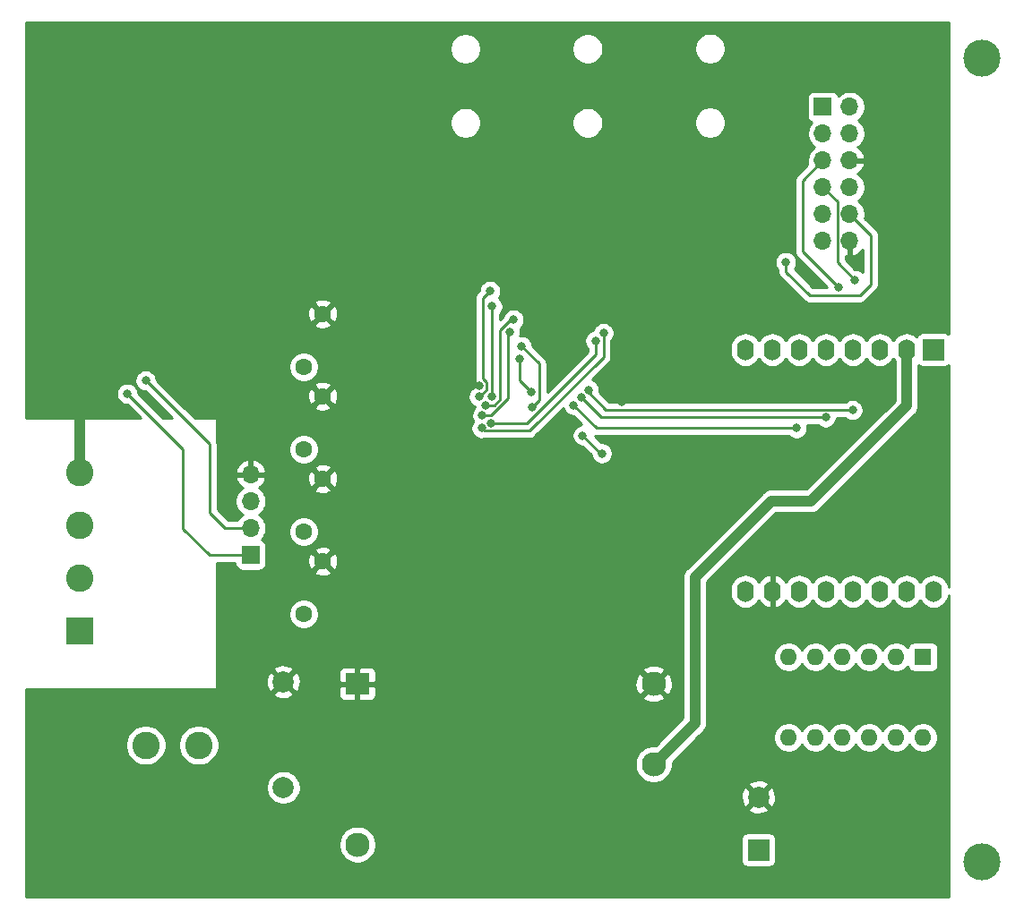
<source format=gbl>
G04 #@! TF.GenerationSoftware,KiCad,Pcbnew,(5.1.10)-1*
G04 #@! TF.CreationDate,2021-08-26T19:54:54+02:00*
G04 #@! TF.ProjectId,CT_Sensor_Mains,43545f53-656e-4736-9f72-5f4d61696e73,rev?*
G04 #@! TF.SameCoordinates,Original*
G04 #@! TF.FileFunction,Copper,L2,Bot*
G04 #@! TF.FilePolarity,Positive*
%FSLAX46Y46*%
G04 Gerber Fmt 4.6, Leading zero omitted, Abs format (unit mm)*
G04 Created by KiCad (PCBNEW (5.1.10)-1) date 2021-08-26 19:54:54*
%MOMM*%
%LPD*%
G01*
G04 APERTURE LIST*
G04 #@! TA.AperFunction,ComponentPad*
%ADD10O,1.600000X2.000000*%
G04 #@! TD*
G04 #@! TA.AperFunction,ComponentPad*
%ADD11R,2.000000X2.000000*%
G04 #@! TD*
G04 #@! TA.AperFunction,ComponentPad*
%ADD12C,2.600000*%
G04 #@! TD*
G04 #@! TA.AperFunction,ComponentPad*
%ADD13R,2.600000X2.600000*%
G04 #@! TD*
G04 #@! TA.AperFunction,ComponentPad*
%ADD14O,1.600000X1.600000*%
G04 #@! TD*
G04 #@! TA.AperFunction,ComponentPad*
%ADD15R,1.600000X1.600000*%
G04 #@! TD*
G04 #@! TA.AperFunction,ComponentPad*
%ADD16C,1.600000*%
G04 #@! TD*
G04 #@! TA.AperFunction,ComponentPad*
%ADD17O,1.700000X1.700000*%
G04 #@! TD*
G04 #@! TA.AperFunction,ComponentPad*
%ADD18R,1.700000X1.700000*%
G04 #@! TD*
G04 #@! TA.AperFunction,ComponentPad*
%ADD19C,2.300000*%
G04 #@! TD*
G04 #@! TA.AperFunction,ComponentPad*
%ADD20R,2.300000X2.000000*%
G04 #@! TD*
G04 #@! TA.AperFunction,ComponentPad*
%ADD21C,2.000000*%
G04 #@! TD*
G04 #@! TA.AperFunction,ViaPad*
%ADD22C,0.800000*%
G04 #@! TD*
G04 #@! TA.AperFunction,ViaPad*
%ADD23C,3.500000*%
G04 #@! TD*
G04 #@! TA.AperFunction,Conductor*
%ADD24C,0.250000*%
G04 #@! TD*
G04 #@! TA.AperFunction,Conductor*
%ADD25C,1.000000*%
G04 #@! TD*
G04 #@! TA.AperFunction,Conductor*
%ADD26C,0.254000*%
G04 #@! TD*
G04 #@! TA.AperFunction,Conductor*
%ADD27C,0.100000*%
G04 #@! TD*
G04 APERTURE END LIST*
D10*
X130650000Y-109835000D03*
X128110000Y-109835000D03*
X125570000Y-109835000D03*
X123030000Y-109835000D03*
X120490000Y-109835000D03*
X117950000Y-109835000D03*
X115410000Y-109835000D03*
X112870000Y-109835000D03*
X112870000Y-86975000D03*
X115410000Y-86975000D03*
X117950000Y-86975000D03*
X120490000Y-86975000D03*
X123030000Y-86975000D03*
X125570000Y-86975000D03*
D11*
X130650000Y-86975000D03*
D10*
X128110000Y-86975000D03*
D12*
X49925000Y-98600000D03*
X49925000Y-103600000D03*
X49925000Y-108600000D03*
D13*
X49925000Y-113600000D03*
D14*
X129650000Y-123670000D03*
X116950000Y-116050000D03*
X127110000Y-123670000D03*
X119490000Y-116050000D03*
X124570000Y-123670000D03*
X122030000Y-116050000D03*
X122030000Y-123670000D03*
X124570000Y-116050000D03*
X119490000Y-123670000D03*
X127110000Y-116050000D03*
X116950000Y-123670000D03*
D15*
X129650000Y-116050000D03*
D16*
X72925000Y-107000000D03*
X71125000Y-112000000D03*
D17*
X122725000Y-76705000D03*
X120185000Y-76705000D03*
X122725000Y-74165000D03*
X120185000Y-74165000D03*
X122725000Y-71625000D03*
X120185000Y-71625000D03*
X122725000Y-69085000D03*
X120185000Y-69085000D03*
X122725000Y-66545000D03*
X120185000Y-66545000D03*
X122725000Y-64005000D03*
D18*
X120185000Y-64005000D03*
D17*
X66125000Y-98780000D03*
X66125000Y-101320000D03*
X66125000Y-103860000D03*
D18*
X66125000Y-106400000D03*
D16*
X72925000Y-83600000D03*
X71125000Y-88600000D03*
X72925000Y-91400000D03*
X71125000Y-96400000D03*
X72925000Y-99200000D03*
X71125000Y-104200000D03*
D19*
X104200000Y-126200000D03*
X76200000Y-133800000D03*
D20*
X76200000Y-118600000D03*
D19*
X104200000Y-118600000D03*
D12*
X61200000Y-124400000D03*
X56200000Y-124400000D03*
D21*
X114100000Y-129300000D03*
D11*
X114100000Y-134300000D03*
D21*
X69200000Y-118400000D03*
X69200000Y-128400000D03*
D22*
X87700000Y-91420003D03*
X88724999Y-81424999D03*
X75200000Y-69400000D03*
X74700000Y-71400000D03*
X75200000Y-73650000D03*
X74700000Y-75650000D03*
X74950000Y-77650000D03*
X74700000Y-79650000D03*
X85950000Y-75150000D03*
X89450000Y-79400000D03*
X82700000Y-79400000D03*
X93950000Y-102900000D03*
X94950000Y-107650000D03*
X92700000Y-107650000D03*
X90700000Y-107650000D03*
X87700000Y-90420000D03*
X101200000Y-91920000D03*
X101200000Y-89900000D03*
X100700000Y-89150000D03*
X95700000Y-95400000D03*
X90950000Y-95900000D03*
X94405000Y-86400000D03*
X93700000Y-81100000D03*
X95800000Y-81100000D03*
X94500000Y-79200000D03*
X101100000Y-79500000D03*
X106100000Y-79300000D03*
X109400000Y-74800000D03*
X97700000Y-75000000D03*
X112800000Y-79100000D03*
X105400000Y-91600000D03*
X106700000Y-88700000D03*
X89700000Y-102800000D03*
X83900000Y-90000000D03*
X83700000Y-92300000D03*
X83600000Y-94700000D03*
D23*
X48200000Y-59400000D03*
X48200000Y-135400000D03*
D22*
X88884154Y-91420000D03*
X88950000Y-82900000D03*
X88333530Y-92254756D03*
X90950000Y-84150000D03*
X88013460Y-93202152D03*
X90587653Y-85287653D03*
X88863824Y-93925256D03*
X98700000Y-86150000D03*
X87950000Y-94400000D03*
X99450000Y-85400000D03*
X92700000Y-92400000D03*
X91700000Y-86650000D03*
D23*
X135200000Y-59400000D03*
X135200000Y-135400000D03*
D22*
X49925000Y-92325000D03*
X97500000Y-95100000D03*
X99300000Y-96800000D03*
X91535154Y-87814846D03*
X92634848Y-90965152D03*
X116700000Y-78700000D03*
X96630000Y-92220000D03*
X117700000Y-94400000D03*
X97355000Y-91512892D03*
X120450000Y-93400000D03*
X98051557Y-90795389D03*
X123200000Y-80400000D03*
X123000000Y-92700000D03*
X54450000Y-91150000D03*
X56200000Y-89900000D03*
X121700000Y-81100000D03*
D24*
X87772999Y-91420003D02*
X87700000Y-91420003D01*
X88425001Y-90768001D02*
X87772999Y-91420003D01*
X88425001Y-90071999D02*
X88425001Y-90768001D01*
X88048001Y-89694999D02*
X88425001Y-90071999D01*
X88048001Y-82101997D02*
X88048001Y-89694999D01*
X88724999Y-81424999D02*
X88048001Y-82101997D01*
X93700000Y-81100000D02*
X94800000Y-82200000D01*
X88884154Y-82965846D02*
X88950000Y-82900000D01*
X88884154Y-91420000D02*
X88884154Y-82965846D01*
X89122400Y-92254756D02*
X89700000Y-91677156D01*
X88333530Y-92254756D02*
X89122400Y-92254756D01*
X89700000Y-91677156D02*
X89700000Y-85150000D01*
X90700000Y-84150000D02*
X90950000Y-84150000D01*
X89700000Y-85150000D02*
X90700000Y-84150000D01*
X88811414Y-93202152D02*
X90450000Y-91563566D01*
X88013460Y-93202152D02*
X88811414Y-93202152D01*
X90450000Y-85425306D02*
X90587653Y-85287653D01*
X90450000Y-91563566D02*
X90450000Y-85425306D01*
X92247746Y-93925256D02*
X98700000Y-87473002D01*
X88863824Y-93925256D02*
X92247746Y-93925256D01*
X98700000Y-87473002D02*
X98700000Y-86150000D01*
X99450000Y-85400000D02*
X99450000Y-87650000D01*
X88200257Y-94650257D02*
X87950000Y-94400000D01*
X92449743Y-94650257D02*
X88200257Y-94650257D01*
X99450000Y-87650000D02*
X92449743Y-94650257D01*
X93359849Y-91740151D02*
X93359849Y-88309849D01*
X92700000Y-92400000D02*
X93359849Y-91740151D01*
X93359849Y-88309849D02*
X91700000Y-86650000D01*
D25*
X128110000Y-86975000D02*
X128110000Y-92273666D01*
X119091833Y-101291833D02*
X115308167Y-101291833D01*
X128110000Y-92273666D02*
X119091833Y-101291833D01*
X108100000Y-108500000D02*
X108100000Y-122300000D01*
X115308167Y-101291833D02*
X108100000Y-108500000D01*
X108100000Y-122300000D02*
X104200000Y-126200000D01*
D24*
X101200000Y-91920000D02*
X101200000Y-89900000D01*
X100700000Y-89400000D02*
X101200000Y-89900000D01*
X100700000Y-89150000D02*
X100700000Y-89400000D01*
X50000000Y-98525000D02*
X49925000Y-98600000D01*
X50000000Y-92000000D02*
X50000000Y-98525000D01*
D25*
X49925000Y-98600000D02*
X49925000Y-92325000D01*
D24*
X49925000Y-94225000D02*
X49925000Y-92325000D01*
X49925000Y-98600000D02*
X49925000Y-94225000D01*
X99200000Y-96800000D02*
X99300000Y-96800000D01*
X97500000Y-95100000D02*
X99200000Y-96800000D01*
X91535154Y-89865458D02*
X92634848Y-90965152D01*
X91535154Y-87814846D02*
X91535154Y-89865458D01*
X116700000Y-78700000D02*
X116700000Y-79600000D01*
X118925001Y-81825001D02*
X123674999Y-81825001D01*
X116700000Y-79600000D02*
X118925001Y-81825001D01*
X123674999Y-81825001D02*
X124700000Y-80800000D01*
X124700000Y-76140000D02*
X122725000Y-74165000D01*
X124700000Y-80800000D02*
X124700000Y-76140000D01*
X96630000Y-92220000D02*
X98810000Y-94400000D01*
X98810000Y-94400000D02*
X115700000Y-94400000D01*
X115700000Y-94400000D02*
X117700000Y-94400000D01*
X99242108Y-93400000D02*
X97355000Y-91512892D01*
X120450000Y-93400000D02*
X99242108Y-93400000D01*
X98051557Y-91001557D02*
X98051557Y-90795389D01*
X99695001Y-92645001D02*
X98051557Y-91001557D01*
X121549999Y-72989999D02*
X120185000Y-71625000D01*
X121549999Y-78749999D02*
X121549999Y-72989999D01*
X123200000Y-80400000D02*
X121549999Y-78749999D01*
X122945001Y-92645001D02*
X123000000Y-92700000D01*
X120445001Y-92645001D02*
X122945001Y-92645001D01*
X120445001Y-92645001D02*
X99695001Y-92645001D01*
X66125000Y-106400000D02*
X62200000Y-106400000D01*
X62200000Y-106400000D02*
X59700000Y-103900000D01*
X59700000Y-103900000D02*
X59700000Y-96400000D01*
X58700000Y-95400000D02*
X54400000Y-91100000D01*
X59700000Y-96400000D02*
X58700000Y-95400000D01*
X54400000Y-91100000D02*
X54450000Y-91150000D01*
X62200000Y-95900000D02*
X62200000Y-102400000D01*
X63660000Y-103860000D02*
X66125000Y-103860000D01*
X62200000Y-102400000D02*
X63660000Y-103860000D01*
X60800000Y-94500000D02*
X56200000Y-89900000D01*
X60800000Y-94500000D02*
X62200000Y-95900000D01*
X121700000Y-81100000D02*
X118300000Y-77700000D01*
X118300000Y-70970000D02*
X120185000Y-69085000D01*
X118300000Y-77700000D02*
X118300000Y-70970000D01*
D26*
X132073000Y-85500684D02*
X132004494Y-85444463D01*
X131894180Y-85385498D01*
X131774482Y-85349188D01*
X131650000Y-85336928D01*
X129650000Y-85336928D01*
X129525518Y-85349188D01*
X129405820Y-85385498D01*
X129295506Y-85444463D01*
X129198815Y-85523815D01*
X129119463Y-85620506D01*
X129072441Y-85708476D01*
X128911101Y-85576068D01*
X128661808Y-85442818D01*
X128391309Y-85360764D01*
X128110000Y-85333057D01*
X127828692Y-85360764D01*
X127558193Y-85442818D01*
X127308900Y-85576068D01*
X127090393Y-85755392D01*
X126911068Y-85973899D01*
X126840000Y-86106858D01*
X126768932Y-85973899D01*
X126589608Y-85755392D01*
X126371101Y-85576068D01*
X126121808Y-85442818D01*
X125851309Y-85360764D01*
X125570000Y-85333057D01*
X125288692Y-85360764D01*
X125018193Y-85442818D01*
X124768900Y-85576068D01*
X124550393Y-85755392D01*
X124371068Y-85973899D01*
X124300000Y-86106858D01*
X124228932Y-85973899D01*
X124049608Y-85755392D01*
X123831101Y-85576068D01*
X123581808Y-85442818D01*
X123311309Y-85360764D01*
X123030000Y-85333057D01*
X122748692Y-85360764D01*
X122478193Y-85442818D01*
X122228900Y-85576068D01*
X122010393Y-85755392D01*
X121831068Y-85973899D01*
X121760000Y-86106858D01*
X121688932Y-85973899D01*
X121509608Y-85755392D01*
X121291101Y-85576068D01*
X121041808Y-85442818D01*
X120771309Y-85360764D01*
X120490000Y-85333057D01*
X120208692Y-85360764D01*
X119938193Y-85442818D01*
X119688900Y-85576068D01*
X119470393Y-85755392D01*
X119291068Y-85973899D01*
X119220000Y-86106858D01*
X119148932Y-85973899D01*
X118969608Y-85755392D01*
X118751101Y-85576068D01*
X118501808Y-85442818D01*
X118231309Y-85360764D01*
X117950000Y-85333057D01*
X117668692Y-85360764D01*
X117398193Y-85442818D01*
X117148900Y-85576068D01*
X116930393Y-85755392D01*
X116751068Y-85973899D01*
X116680000Y-86106858D01*
X116608932Y-85973899D01*
X116429608Y-85755392D01*
X116211101Y-85576068D01*
X115961808Y-85442818D01*
X115691309Y-85360764D01*
X115410000Y-85333057D01*
X115128692Y-85360764D01*
X114858193Y-85442818D01*
X114608900Y-85576068D01*
X114390393Y-85755392D01*
X114211068Y-85973899D01*
X114140000Y-86106858D01*
X114068932Y-85973899D01*
X113889608Y-85755392D01*
X113671101Y-85576068D01*
X113421808Y-85442818D01*
X113151309Y-85360764D01*
X112870000Y-85333057D01*
X112588692Y-85360764D01*
X112318193Y-85442818D01*
X112068900Y-85576068D01*
X111850393Y-85755392D01*
X111671068Y-85973899D01*
X111537818Y-86223192D01*
X111455764Y-86493691D01*
X111435000Y-86704508D01*
X111435000Y-87245491D01*
X111455764Y-87456308D01*
X111537818Y-87726807D01*
X111671068Y-87976100D01*
X111850392Y-88194607D01*
X112068899Y-88373932D01*
X112318192Y-88507182D01*
X112588691Y-88589236D01*
X112870000Y-88616943D01*
X113151308Y-88589236D01*
X113421807Y-88507182D01*
X113671100Y-88373932D01*
X113889607Y-88194608D01*
X114068932Y-87976101D01*
X114140000Y-87843142D01*
X114211068Y-87976100D01*
X114390392Y-88194607D01*
X114608899Y-88373932D01*
X114858192Y-88507182D01*
X115128691Y-88589236D01*
X115410000Y-88616943D01*
X115691308Y-88589236D01*
X115961807Y-88507182D01*
X116211100Y-88373932D01*
X116429607Y-88194608D01*
X116608932Y-87976101D01*
X116680000Y-87843142D01*
X116751068Y-87976100D01*
X116930392Y-88194607D01*
X117148899Y-88373932D01*
X117398192Y-88507182D01*
X117668691Y-88589236D01*
X117950000Y-88616943D01*
X118231308Y-88589236D01*
X118501807Y-88507182D01*
X118751100Y-88373932D01*
X118969607Y-88194608D01*
X119148932Y-87976101D01*
X119220000Y-87843142D01*
X119291068Y-87976100D01*
X119470392Y-88194607D01*
X119688899Y-88373932D01*
X119938192Y-88507182D01*
X120208691Y-88589236D01*
X120490000Y-88616943D01*
X120771308Y-88589236D01*
X121041807Y-88507182D01*
X121291100Y-88373932D01*
X121509607Y-88194608D01*
X121688932Y-87976101D01*
X121760000Y-87843142D01*
X121831068Y-87976100D01*
X122010392Y-88194607D01*
X122228899Y-88373932D01*
X122478192Y-88507182D01*
X122748691Y-88589236D01*
X123030000Y-88616943D01*
X123311308Y-88589236D01*
X123581807Y-88507182D01*
X123831100Y-88373932D01*
X124049607Y-88194608D01*
X124228932Y-87976101D01*
X124300000Y-87843142D01*
X124371068Y-87976100D01*
X124550392Y-88194607D01*
X124768899Y-88373932D01*
X125018192Y-88507182D01*
X125288691Y-88589236D01*
X125570000Y-88616943D01*
X125851308Y-88589236D01*
X126121807Y-88507182D01*
X126371100Y-88373932D01*
X126589607Y-88194608D01*
X126768932Y-87976101D01*
X126840000Y-87843142D01*
X126911068Y-87976100D01*
X126975000Y-88054002D01*
X126975001Y-91803533D01*
X118621702Y-100156833D01*
X115363919Y-100156833D01*
X115308167Y-100151342D01*
X115085668Y-100173256D01*
X114871720Y-100238157D01*
X114674544Y-100343549D01*
X114545023Y-100449844D01*
X114545021Y-100449846D01*
X114501718Y-100485384D01*
X114466180Y-100528687D01*
X107336865Y-107658004D01*
X107293551Y-107693551D01*
X107151716Y-107866377D01*
X107084195Y-107992702D01*
X107046324Y-108063554D01*
X106981423Y-108277502D01*
X106959509Y-108500000D01*
X106965000Y-108555751D01*
X106965001Y-121829867D01*
X104379195Y-124415674D01*
X104375807Y-124415000D01*
X104024193Y-124415000D01*
X103679335Y-124483596D01*
X103354485Y-124618153D01*
X103062129Y-124813500D01*
X102813500Y-125062129D01*
X102618153Y-125354485D01*
X102483596Y-125679335D01*
X102415000Y-126024193D01*
X102415000Y-126375807D01*
X102483596Y-126720665D01*
X102618153Y-127045515D01*
X102813500Y-127337871D01*
X103062129Y-127586500D01*
X103354485Y-127781847D01*
X103679335Y-127916404D01*
X104024193Y-127985000D01*
X104375807Y-127985000D01*
X104720665Y-127916404D01*
X105045515Y-127781847D01*
X105337871Y-127586500D01*
X105586500Y-127337871D01*
X105781847Y-127045515D01*
X105916404Y-126720665D01*
X105985000Y-126375807D01*
X105985000Y-126024193D01*
X105984326Y-126020805D01*
X108476466Y-123528665D01*
X115515000Y-123528665D01*
X115515000Y-123811335D01*
X115570147Y-124088574D01*
X115678320Y-124349727D01*
X115835363Y-124584759D01*
X116035241Y-124784637D01*
X116270273Y-124941680D01*
X116531426Y-125049853D01*
X116808665Y-125105000D01*
X117091335Y-125105000D01*
X117368574Y-125049853D01*
X117629727Y-124941680D01*
X117864759Y-124784637D01*
X118064637Y-124584759D01*
X118220000Y-124352241D01*
X118375363Y-124584759D01*
X118575241Y-124784637D01*
X118810273Y-124941680D01*
X119071426Y-125049853D01*
X119348665Y-125105000D01*
X119631335Y-125105000D01*
X119908574Y-125049853D01*
X120169727Y-124941680D01*
X120404759Y-124784637D01*
X120604637Y-124584759D01*
X120760000Y-124352241D01*
X120915363Y-124584759D01*
X121115241Y-124784637D01*
X121350273Y-124941680D01*
X121611426Y-125049853D01*
X121888665Y-125105000D01*
X122171335Y-125105000D01*
X122448574Y-125049853D01*
X122709727Y-124941680D01*
X122944759Y-124784637D01*
X123144637Y-124584759D01*
X123300000Y-124352241D01*
X123455363Y-124584759D01*
X123655241Y-124784637D01*
X123890273Y-124941680D01*
X124151426Y-125049853D01*
X124428665Y-125105000D01*
X124711335Y-125105000D01*
X124988574Y-125049853D01*
X125249727Y-124941680D01*
X125484759Y-124784637D01*
X125684637Y-124584759D01*
X125840000Y-124352241D01*
X125995363Y-124584759D01*
X126195241Y-124784637D01*
X126430273Y-124941680D01*
X126691426Y-125049853D01*
X126968665Y-125105000D01*
X127251335Y-125105000D01*
X127528574Y-125049853D01*
X127789727Y-124941680D01*
X128024759Y-124784637D01*
X128224637Y-124584759D01*
X128380000Y-124352241D01*
X128535363Y-124584759D01*
X128735241Y-124784637D01*
X128970273Y-124941680D01*
X129231426Y-125049853D01*
X129508665Y-125105000D01*
X129791335Y-125105000D01*
X130068574Y-125049853D01*
X130329727Y-124941680D01*
X130564759Y-124784637D01*
X130764637Y-124584759D01*
X130921680Y-124349727D01*
X131029853Y-124088574D01*
X131085000Y-123811335D01*
X131085000Y-123528665D01*
X131029853Y-123251426D01*
X130921680Y-122990273D01*
X130764637Y-122755241D01*
X130564759Y-122555363D01*
X130329727Y-122398320D01*
X130068574Y-122290147D01*
X129791335Y-122235000D01*
X129508665Y-122235000D01*
X129231426Y-122290147D01*
X128970273Y-122398320D01*
X128735241Y-122555363D01*
X128535363Y-122755241D01*
X128380000Y-122987759D01*
X128224637Y-122755241D01*
X128024759Y-122555363D01*
X127789727Y-122398320D01*
X127528574Y-122290147D01*
X127251335Y-122235000D01*
X126968665Y-122235000D01*
X126691426Y-122290147D01*
X126430273Y-122398320D01*
X126195241Y-122555363D01*
X125995363Y-122755241D01*
X125840000Y-122987759D01*
X125684637Y-122755241D01*
X125484759Y-122555363D01*
X125249727Y-122398320D01*
X124988574Y-122290147D01*
X124711335Y-122235000D01*
X124428665Y-122235000D01*
X124151426Y-122290147D01*
X123890273Y-122398320D01*
X123655241Y-122555363D01*
X123455363Y-122755241D01*
X123300000Y-122987759D01*
X123144637Y-122755241D01*
X122944759Y-122555363D01*
X122709727Y-122398320D01*
X122448574Y-122290147D01*
X122171335Y-122235000D01*
X121888665Y-122235000D01*
X121611426Y-122290147D01*
X121350273Y-122398320D01*
X121115241Y-122555363D01*
X120915363Y-122755241D01*
X120760000Y-122987759D01*
X120604637Y-122755241D01*
X120404759Y-122555363D01*
X120169727Y-122398320D01*
X119908574Y-122290147D01*
X119631335Y-122235000D01*
X119348665Y-122235000D01*
X119071426Y-122290147D01*
X118810273Y-122398320D01*
X118575241Y-122555363D01*
X118375363Y-122755241D01*
X118220000Y-122987759D01*
X118064637Y-122755241D01*
X117864759Y-122555363D01*
X117629727Y-122398320D01*
X117368574Y-122290147D01*
X117091335Y-122235000D01*
X116808665Y-122235000D01*
X116531426Y-122290147D01*
X116270273Y-122398320D01*
X116035241Y-122555363D01*
X115835363Y-122755241D01*
X115678320Y-122990273D01*
X115570147Y-123251426D01*
X115515000Y-123528665D01*
X108476466Y-123528665D01*
X108863141Y-123141991D01*
X108906449Y-123106449D01*
X109048284Y-122933623D01*
X109153676Y-122736447D01*
X109218577Y-122522499D01*
X109235000Y-122355752D01*
X109240491Y-122300000D01*
X109235000Y-122244248D01*
X109235000Y-115908665D01*
X115515000Y-115908665D01*
X115515000Y-116191335D01*
X115570147Y-116468574D01*
X115678320Y-116729727D01*
X115835363Y-116964759D01*
X116035241Y-117164637D01*
X116270273Y-117321680D01*
X116531426Y-117429853D01*
X116808665Y-117485000D01*
X117091335Y-117485000D01*
X117368574Y-117429853D01*
X117629727Y-117321680D01*
X117864759Y-117164637D01*
X118064637Y-116964759D01*
X118220000Y-116732241D01*
X118375363Y-116964759D01*
X118575241Y-117164637D01*
X118810273Y-117321680D01*
X119071426Y-117429853D01*
X119348665Y-117485000D01*
X119631335Y-117485000D01*
X119908574Y-117429853D01*
X120169727Y-117321680D01*
X120404759Y-117164637D01*
X120604637Y-116964759D01*
X120760000Y-116732241D01*
X120915363Y-116964759D01*
X121115241Y-117164637D01*
X121350273Y-117321680D01*
X121611426Y-117429853D01*
X121888665Y-117485000D01*
X122171335Y-117485000D01*
X122448574Y-117429853D01*
X122709727Y-117321680D01*
X122944759Y-117164637D01*
X123144637Y-116964759D01*
X123300000Y-116732241D01*
X123455363Y-116964759D01*
X123655241Y-117164637D01*
X123890273Y-117321680D01*
X124151426Y-117429853D01*
X124428665Y-117485000D01*
X124711335Y-117485000D01*
X124988574Y-117429853D01*
X125249727Y-117321680D01*
X125484759Y-117164637D01*
X125684637Y-116964759D01*
X125840000Y-116732241D01*
X125995363Y-116964759D01*
X126195241Y-117164637D01*
X126430273Y-117321680D01*
X126691426Y-117429853D01*
X126968665Y-117485000D01*
X127251335Y-117485000D01*
X127528574Y-117429853D01*
X127789727Y-117321680D01*
X128024759Y-117164637D01*
X128223357Y-116966039D01*
X128224188Y-116974482D01*
X128260498Y-117094180D01*
X128319463Y-117204494D01*
X128398815Y-117301185D01*
X128495506Y-117380537D01*
X128605820Y-117439502D01*
X128725518Y-117475812D01*
X128850000Y-117488072D01*
X130450000Y-117488072D01*
X130574482Y-117475812D01*
X130694180Y-117439502D01*
X130804494Y-117380537D01*
X130901185Y-117301185D01*
X130980537Y-117204494D01*
X131039502Y-117094180D01*
X131075812Y-116974482D01*
X131088072Y-116850000D01*
X131088072Y-115250000D01*
X131075812Y-115125518D01*
X131039502Y-115005820D01*
X130980537Y-114895506D01*
X130901185Y-114798815D01*
X130804494Y-114719463D01*
X130694180Y-114660498D01*
X130574482Y-114624188D01*
X130450000Y-114611928D01*
X128850000Y-114611928D01*
X128725518Y-114624188D01*
X128605820Y-114660498D01*
X128495506Y-114719463D01*
X128398815Y-114798815D01*
X128319463Y-114895506D01*
X128260498Y-115005820D01*
X128224188Y-115125518D01*
X128223357Y-115133961D01*
X128024759Y-114935363D01*
X127789727Y-114778320D01*
X127528574Y-114670147D01*
X127251335Y-114615000D01*
X126968665Y-114615000D01*
X126691426Y-114670147D01*
X126430273Y-114778320D01*
X126195241Y-114935363D01*
X125995363Y-115135241D01*
X125840000Y-115367759D01*
X125684637Y-115135241D01*
X125484759Y-114935363D01*
X125249727Y-114778320D01*
X124988574Y-114670147D01*
X124711335Y-114615000D01*
X124428665Y-114615000D01*
X124151426Y-114670147D01*
X123890273Y-114778320D01*
X123655241Y-114935363D01*
X123455363Y-115135241D01*
X123300000Y-115367759D01*
X123144637Y-115135241D01*
X122944759Y-114935363D01*
X122709727Y-114778320D01*
X122448574Y-114670147D01*
X122171335Y-114615000D01*
X121888665Y-114615000D01*
X121611426Y-114670147D01*
X121350273Y-114778320D01*
X121115241Y-114935363D01*
X120915363Y-115135241D01*
X120760000Y-115367759D01*
X120604637Y-115135241D01*
X120404759Y-114935363D01*
X120169727Y-114778320D01*
X119908574Y-114670147D01*
X119631335Y-114615000D01*
X119348665Y-114615000D01*
X119071426Y-114670147D01*
X118810273Y-114778320D01*
X118575241Y-114935363D01*
X118375363Y-115135241D01*
X118220000Y-115367759D01*
X118064637Y-115135241D01*
X117864759Y-114935363D01*
X117629727Y-114778320D01*
X117368574Y-114670147D01*
X117091335Y-114615000D01*
X116808665Y-114615000D01*
X116531426Y-114670147D01*
X116270273Y-114778320D01*
X116035241Y-114935363D01*
X115835363Y-115135241D01*
X115678320Y-115370273D01*
X115570147Y-115631426D01*
X115515000Y-115908665D01*
X109235000Y-115908665D01*
X109235000Y-109564508D01*
X111435000Y-109564508D01*
X111435000Y-110105491D01*
X111455764Y-110316308D01*
X111537818Y-110586807D01*
X111671068Y-110836100D01*
X111850392Y-111054607D01*
X112068899Y-111233932D01*
X112318192Y-111367182D01*
X112588691Y-111449236D01*
X112870000Y-111476943D01*
X113151308Y-111449236D01*
X113421807Y-111367182D01*
X113671100Y-111233932D01*
X113889607Y-111054608D01*
X114068932Y-110836101D01*
X114138122Y-110706655D01*
X114145570Y-110724227D01*
X114304327Y-110957662D01*
X114505575Y-111155639D01*
X114741579Y-111310551D01*
X115003270Y-111416444D01*
X115060961Y-111426904D01*
X115283000Y-111304915D01*
X115283000Y-109962000D01*
X115263000Y-109962000D01*
X115263000Y-109708000D01*
X115283000Y-109708000D01*
X115283000Y-108365085D01*
X115060961Y-108243096D01*
X115003270Y-108253556D01*
X114741579Y-108359449D01*
X114505575Y-108514361D01*
X114304327Y-108712338D01*
X114145570Y-108945773D01*
X114138122Y-108963345D01*
X114068932Y-108833899D01*
X113889608Y-108615392D01*
X113671101Y-108436068D01*
X113421808Y-108302818D01*
X113151309Y-108220764D01*
X112870000Y-108193057D01*
X112588692Y-108220764D01*
X112318193Y-108302818D01*
X112068900Y-108436068D01*
X111850393Y-108615392D01*
X111671068Y-108833899D01*
X111537818Y-109083192D01*
X111455764Y-109353691D01*
X111435000Y-109564508D01*
X109235000Y-109564508D01*
X109235000Y-108970131D01*
X115778300Y-102426833D01*
X119036082Y-102426833D01*
X119091833Y-102432324D01*
X119147584Y-102426833D01*
X119147585Y-102426833D01*
X119314332Y-102410410D01*
X119528280Y-102345509D01*
X119725456Y-102240117D01*
X119898282Y-102098282D01*
X119933829Y-102054968D01*
X128873141Y-93115657D01*
X128916449Y-93080115D01*
X129058284Y-92907289D01*
X129163676Y-92710113D01*
X129228577Y-92496165D01*
X129241496Y-92365000D01*
X129250491Y-92273667D01*
X129245000Y-92217915D01*
X129245000Y-88464088D01*
X129295506Y-88505537D01*
X129405820Y-88564502D01*
X129525518Y-88600812D01*
X129650000Y-88613072D01*
X131650000Y-88613072D01*
X131774482Y-88600812D01*
X131894180Y-88564502D01*
X132004494Y-88505537D01*
X132073000Y-88449316D01*
X132073000Y-109442673D01*
X132064236Y-109353692D01*
X131982182Y-109083193D01*
X131848932Y-108833899D01*
X131669608Y-108615392D01*
X131451101Y-108436068D01*
X131201808Y-108302818D01*
X130931309Y-108220764D01*
X130650000Y-108193057D01*
X130368692Y-108220764D01*
X130098193Y-108302818D01*
X129848900Y-108436068D01*
X129630393Y-108615392D01*
X129451068Y-108833899D01*
X129380000Y-108966858D01*
X129308932Y-108833899D01*
X129129608Y-108615392D01*
X128911101Y-108436068D01*
X128661808Y-108302818D01*
X128391309Y-108220764D01*
X128110000Y-108193057D01*
X127828692Y-108220764D01*
X127558193Y-108302818D01*
X127308900Y-108436068D01*
X127090393Y-108615392D01*
X126911068Y-108833899D01*
X126840000Y-108966858D01*
X126768932Y-108833899D01*
X126589608Y-108615392D01*
X126371101Y-108436068D01*
X126121808Y-108302818D01*
X125851309Y-108220764D01*
X125570000Y-108193057D01*
X125288692Y-108220764D01*
X125018193Y-108302818D01*
X124768900Y-108436068D01*
X124550393Y-108615392D01*
X124371068Y-108833899D01*
X124300000Y-108966858D01*
X124228932Y-108833899D01*
X124049608Y-108615392D01*
X123831101Y-108436068D01*
X123581808Y-108302818D01*
X123311309Y-108220764D01*
X123030000Y-108193057D01*
X122748692Y-108220764D01*
X122478193Y-108302818D01*
X122228900Y-108436068D01*
X122010393Y-108615392D01*
X121831068Y-108833899D01*
X121760000Y-108966858D01*
X121688932Y-108833899D01*
X121509608Y-108615392D01*
X121291101Y-108436068D01*
X121041808Y-108302818D01*
X120771309Y-108220764D01*
X120490000Y-108193057D01*
X120208692Y-108220764D01*
X119938193Y-108302818D01*
X119688900Y-108436068D01*
X119470393Y-108615392D01*
X119291068Y-108833899D01*
X119220000Y-108966858D01*
X119148932Y-108833899D01*
X118969608Y-108615392D01*
X118751101Y-108436068D01*
X118501808Y-108302818D01*
X118231309Y-108220764D01*
X117950000Y-108193057D01*
X117668692Y-108220764D01*
X117398193Y-108302818D01*
X117148900Y-108436068D01*
X116930393Y-108615392D01*
X116751068Y-108833899D01*
X116681878Y-108963345D01*
X116674430Y-108945773D01*
X116515673Y-108712338D01*
X116314425Y-108514361D01*
X116078421Y-108359449D01*
X115816730Y-108253556D01*
X115759039Y-108243096D01*
X115537000Y-108365085D01*
X115537000Y-109708000D01*
X115557000Y-109708000D01*
X115557000Y-109962000D01*
X115537000Y-109962000D01*
X115537000Y-111304915D01*
X115759039Y-111426904D01*
X115816730Y-111416444D01*
X116078421Y-111310551D01*
X116314425Y-111155639D01*
X116515673Y-110957662D01*
X116674430Y-110724227D01*
X116681878Y-110706655D01*
X116751068Y-110836100D01*
X116930392Y-111054607D01*
X117148899Y-111233932D01*
X117398192Y-111367182D01*
X117668691Y-111449236D01*
X117950000Y-111476943D01*
X118231308Y-111449236D01*
X118501807Y-111367182D01*
X118751100Y-111233932D01*
X118969607Y-111054608D01*
X119148932Y-110836101D01*
X119220000Y-110703142D01*
X119291068Y-110836100D01*
X119470392Y-111054607D01*
X119688899Y-111233932D01*
X119938192Y-111367182D01*
X120208691Y-111449236D01*
X120490000Y-111476943D01*
X120771308Y-111449236D01*
X121041807Y-111367182D01*
X121291100Y-111233932D01*
X121509607Y-111054608D01*
X121688932Y-110836101D01*
X121760000Y-110703142D01*
X121831068Y-110836100D01*
X122010392Y-111054607D01*
X122228899Y-111233932D01*
X122478192Y-111367182D01*
X122748691Y-111449236D01*
X123030000Y-111476943D01*
X123311308Y-111449236D01*
X123581807Y-111367182D01*
X123831100Y-111233932D01*
X124049607Y-111054608D01*
X124228932Y-110836101D01*
X124300000Y-110703142D01*
X124371068Y-110836100D01*
X124550392Y-111054607D01*
X124768899Y-111233932D01*
X125018192Y-111367182D01*
X125288691Y-111449236D01*
X125570000Y-111476943D01*
X125851308Y-111449236D01*
X126121807Y-111367182D01*
X126371100Y-111233932D01*
X126589607Y-111054608D01*
X126768932Y-110836101D01*
X126840000Y-110703142D01*
X126911068Y-110836100D01*
X127090392Y-111054607D01*
X127308899Y-111233932D01*
X127558192Y-111367182D01*
X127828691Y-111449236D01*
X128110000Y-111476943D01*
X128391308Y-111449236D01*
X128661807Y-111367182D01*
X128911100Y-111233932D01*
X129129607Y-111054608D01*
X129308932Y-110836101D01*
X129380000Y-110703142D01*
X129451068Y-110836100D01*
X129630392Y-111054607D01*
X129848899Y-111233932D01*
X130098192Y-111367182D01*
X130368691Y-111449236D01*
X130650000Y-111476943D01*
X130931308Y-111449236D01*
X131201807Y-111367182D01*
X131451100Y-111233932D01*
X131669607Y-111054608D01*
X131848932Y-110836101D01*
X131982182Y-110586808D01*
X132064236Y-110316309D01*
X132073000Y-110227328D01*
X132073000Y-138740000D01*
X44860000Y-138740000D01*
X44860000Y-133624193D01*
X74415000Y-133624193D01*
X74415000Y-133975807D01*
X74483596Y-134320665D01*
X74618153Y-134645515D01*
X74813500Y-134937871D01*
X75062129Y-135186500D01*
X75354485Y-135381847D01*
X75679335Y-135516404D01*
X76024193Y-135585000D01*
X76375807Y-135585000D01*
X76720665Y-135516404D01*
X77045515Y-135381847D01*
X77337871Y-135186500D01*
X77586500Y-134937871D01*
X77781847Y-134645515D01*
X77916404Y-134320665D01*
X77985000Y-133975807D01*
X77985000Y-133624193D01*
X77920515Y-133300000D01*
X112461928Y-133300000D01*
X112461928Y-135300000D01*
X112474188Y-135424482D01*
X112510498Y-135544180D01*
X112569463Y-135654494D01*
X112648815Y-135751185D01*
X112745506Y-135830537D01*
X112855820Y-135889502D01*
X112975518Y-135925812D01*
X113100000Y-135938072D01*
X115100000Y-135938072D01*
X115224482Y-135925812D01*
X115344180Y-135889502D01*
X115454494Y-135830537D01*
X115551185Y-135751185D01*
X115630537Y-135654494D01*
X115689502Y-135544180D01*
X115725812Y-135424482D01*
X115738072Y-135300000D01*
X115738072Y-133300000D01*
X115725812Y-133175518D01*
X115689502Y-133055820D01*
X115630537Y-132945506D01*
X115551185Y-132848815D01*
X115454494Y-132769463D01*
X115344180Y-132710498D01*
X115224482Y-132674188D01*
X115100000Y-132661928D01*
X113100000Y-132661928D01*
X112975518Y-132674188D01*
X112855820Y-132710498D01*
X112745506Y-132769463D01*
X112648815Y-132848815D01*
X112569463Y-132945506D01*
X112510498Y-133055820D01*
X112474188Y-133175518D01*
X112461928Y-133300000D01*
X77920515Y-133300000D01*
X77916404Y-133279335D01*
X77781847Y-132954485D01*
X77586500Y-132662129D01*
X77337871Y-132413500D01*
X77045515Y-132218153D01*
X76720665Y-132083596D01*
X76375807Y-132015000D01*
X76024193Y-132015000D01*
X75679335Y-132083596D01*
X75354485Y-132218153D01*
X75062129Y-132413500D01*
X74813500Y-132662129D01*
X74618153Y-132954485D01*
X74483596Y-133279335D01*
X74415000Y-133624193D01*
X44860000Y-133624193D01*
X44860000Y-130435413D01*
X113144192Y-130435413D01*
X113239956Y-130699814D01*
X113529571Y-130840704D01*
X113841108Y-130922384D01*
X114162595Y-130941718D01*
X114481675Y-130897961D01*
X114786088Y-130792795D01*
X114960044Y-130699814D01*
X115055808Y-130435413D01*
X114100000Y-129479605D01*
X113144192Y-130435413D01*
X44860000Y-130435413D01*
X44860000Y-128238967D01*
X67565000Y-128238967D01*
X67565000Y-128561033D01*
X67627832Y-128876912D01*
X67751082Y-129174463D01*
X67930013Y-129442252D01*
X68157748Y-129669987D01*
X68425537Y-129848918D01*
X68723088Y-129972168D01*
X69038967Y-130035000D01*
X69361033Y-130035000D01*
X69676912Y-129972168D01*
X69974463Y-129848918D01*
X70242252Y-129669987D01*
X70469987Y-129442252D01*
X70523212Y-129362595D01*
X112458282Y-129362595D01*
X112502039Y-129681675D01*
X112607205Y-129986088D01*
X112700186Y-130160044D01*
X112964587Y-130255808D01*
X113920395Y-129300000D01*
X114279605Y-129300000D01*
X115235413Y-130255808D01*
X115499814Y-130160044D01*
X115640704Y-129870429D01*
X115722384Y-129558892D01*
X115741718Y-129237405D01*
X115697961Y-128918325D01*
X115592795Y-128613912D01*
X115499814Y-128439956D01*
X115235413Y-128344192D01*
X114279605Y-129300000D01*
X113920395Y-129300000D01*
X112964587Y-128344192D01*
X112700186Y-128439956D01*
X112559296Y-128729571D01*
X112477616Y-129041108D01*
X112458282Y-129362595D01*
X70523212Y-129362595D01*
X70648918Y-129174463D01*
X70772168Y-128876912D01*
X70835000Y-128561033D01*
X70835000Y-128238967D01*
X70820205Y-128164587D01*
X113144192Y-128164587D01*
X114100000Y-129120395D01*
X115055808Y-128164587D01*
X114960044Y-127900186D01*
X114670429Y-127759296D01*
X114358892Y-127677616D01*
X114037405Y-127658282D01*
X113718325Y-127702039D01*
X113413912Y-127807205D01*
X113239956Y-127900186D01*
X113144192Y-128164587D01*
X70820205Y-128164587D01*
X70772168Y-127923088D01*
X70648918Y-127625537D01*
X70469987Y-127357748D01*
X70242252Y-127130013D01*
X69974463Y-126951082D01*
X69676912Y-126827832D01*
X69361033Y-126765000D01*
X69038967Y-126765000D01*
X68723088Y-126827832D01*
X68425537Y-126951082D01*
X68157748Y-127130013D01*
X67930013Y-127357748D01*
X67751082Y-127625537D01*
X67627832Y-127923088D01*
X67565000Y-128238967D01*
X44860000Y-128238967D01*
X44860000Y-124209419D01*
X54265000Y-124209419D01*
X54265000Y-124590581D01*
X54339361Y-124964419D01*
X54485225Y-125316566D01*
X54696987Y-125633491D01*
X54966509Y-125903013D01*
X55283434Y-126114775D01*
X55635581Y-126260639D01*
X56009419Y-126335000D01*
X56390581Y-126335000D01*
X56764419Y-126260639D01*
X57116566Y-126114775D01*
X57433491Y-125903013D01*
X57703013Y-125633491D01*
X57914775Y-125316566D01*
X58060639Y-124964419D01*
X58135000Y-124590581D01*
X58135000Y-124209419D01*
X59265000Y-124209419D01*
X59265000Y-124590581D01*
X59339361Y-124964419D01*
X59485225Y-125316566D01*
X59696987Y-125633491D01*
X59966509Y-125903013D01*
X60283434Y-126114775D01*
X60635581Y-126260639D01*
X61009419Y-126335000D01*
X61390581Y-126335000D01*
X61764419Y-126260639D01*
X62116566Y-126114775D01*
X62433491Y-125903013D01*
X62703013Y-125633491D01*
X62914775Y-125316566D01*
X63060639Y-124964419D01*
X63135000Y-124590581D01*
X63135000Y-124209419D01*
X63060639Y-123835581D01*
X62914775Y-123483434D01*
X62703013Y-123166509D01*
X62433491Y-122896987D01*
X62116566Y-122685225D01*
X61764419Y-122539361D01*
X61390581Y-122465000D01*
X61009419Y-122465000D01*
X60635581Y-122539361D01*
X60283434Y-122685225D01*
X59966509Y-122896987D01*
X59696987Y-123166509D01*
X59485225Y-123483434D01*
X59339361Y-123835581D01*
X59265000Y-124209419D01*
X58135000Y-124209419D01*
X58060639Y-123835581D01*
X57914775Y-123483434D01*
X57703013Y-123166509D01*
X57433491Y-122896987D01*
X57116566Y-122685225D01*
X56764419Y-122539361D01*
X56390581Y-122465000D01*
X56009419Y-122465000D01*
X55635581Y-122539361D01*
X55283434Y-122685225D01*
X54966509Y-122896987D01*
X54696987Y-123166509D01*
X54485225Y-123483434D01*
X54339361Y-123835581D01*
X54265000Y-124209419D01*
X44860000Y-124209419D01*
X44860000Y-119535413D01*
X68244192Y-119535413D01*
X68339956Y-119799814D01*
X68629571Y-119940704D01*
X68941108Y-120022384D01*
X69262595Y-120041718D01*
X69581675Y-119997961D01*
X69886088Y-119892795D01*
X70060044Y-119799814D01*
X70132415Y-119600000D01*
X74411928Y-119600000D01*
X74424188Y-119724482D01*
X74460498Y-119844180D01*
X74519463Y-119954494D01*
X74598815Y-120051185D01*
X74695506Y-120130537D01*
X74805820Y-120189502D01*
X74925518Y-120225812D01*
X75050000Y-120238072D01*
X75914250Y-120235000D01*
X76073000Y-120076250D01*
X76073000Y-118727000D01*
X76327000Y-118727000D01*
X76327000Y-120076250D01*
X76485750Y-120235000D01*
X77350000Y-120238072D01*
X77474482Y-120225812D01*
X77594180Y-120189502D01*
X77704494Y-120130537D01*
X77801185Y-120051185D01*
X77880537Y-119954494D01*
X77939502Y-119844180D01*
X77940057Y-119842349D01*
X103137256Y-119842349D01*
X103251118Y-120122090D01*
X103566296Y-120277961D01*
X103905826Y-120369349D01*
X104256661Y-120392741D01*
X104605319Y-120347240D01*
X104938400Y-120234594D01*
X105148882Y-120122090D01*
X105262744Y-119842349D01*
X104200000Y-118779605D01*
X103137256Y-119842349D01*
X77940057Y-119842349D01*
X77975812Y-119724482D01*
X77988072Y-119600000D01*
X77985000Y-118885750D01*
X77826250Y-118727000D01*
X76327000Y-118727000D01*
X76073000Y-118727000D01*
X74573750Y-118727000D01*
X74415000Y-118885750D01*
X74411928Y-119600000D01*
X70132415Y-119600000D01*
X70155808Y-119535413D01*
X69200000Y-118579605D01*
X68244192Y-119535413D01*
X44860000Y-119535413D01*
X44860000Y-119127000D01*
X62800000Y-119127000D01*
X62824776Y-119124560D01*
X62848601Y-119117333D01*
X62870557Y-119105597D01*
X62889803Y-119089803D01*
X62905597Y-119070557D01*
X62917333Y-119048601D01*
X62924560Y-119024776D01*
X62927000Y-119000000D01*
X62927000Y-118462595D01*
X67558282Y-118462595D01*
X67602039Y-118781675D01*
X67707205Y-119086088D01*
X67800186Y-119260044D01*
X68064587Y-119355808D01*
X69020395Y-118400000D01*
X69379605Y-118400000D01*
X70335413Y-119355808D01*
X70599814Y-119260044D01*
X70740704Y-118970429D01*
X70822384Y-118658892D01*
X70822518Y-118656661D01*
X102407259Y-118656661D01*
X102452760Y-119005319D01*
X102565406Y-119338400D01*
X102677910Y-119548882D01*
X102957651Y-119662744D01*
X104020395Y-118600000D01*
X104379605Y-118600000D01*
X105442349Y-119662744D01*
X105722090Y-119548882D01*
X105877961Y-119233704D01*
X105969349Y-118894174D01*
X105992741Y-118543339D01*
X105947240Y-118194681D01*
X105834594Y-117861600D01*
X105722090Y-117651118D01*
X105442349Y-117537256D01*
X104379605Y-118600000D01*
X104020395Y-118600000D01*
X102957651Y-117537256D01*
X102677910Y-117651118D01*
X102522039Y-117966296D01*
X102430651Y-118305826D01*
X102407259Y-118656661D01*
X70822518Y-118656661D01*
X70841718Y-118337405D01*
X70797961Y-118018325D01*
X70692795Y-117713912D01*
X70631909Y-117600000D01*
X74411928Y-117600000D01*
X74415000Y-118314250D01*
X74573750Y-118473000D01*
X76073000Y-118473000D01*
X76073000Y-117123750D01*
X76327000Y-117123750D01*
X76327000Y-118473000D01*
X77826250Y-118473000D01*
X77985000Y-118314250D01*
X77988072Y-117600000D01*
X77975812Y-117475518D01*
X77940058Y-117357651D01*
X103137256Y-117357651D01*
X104200000Y-118420395D01*
X105262744Y-117357651D01*
X105148882Y-117077910D01*
X104833704Y-116922039D01*
X104494174Y-116830651D01*
X104143339Y-116807259D01*
X103794681Y-116852760D01*
X103461600Y-116965406D01*
X103251118Y-117077910D01*
X103137256Y-117357651D01*
X77940058Y-117357651D01*
X77939502Y-117355820D01*
X77880537Y-117245506D01*
X77801185Y-117148815D01*
X77704494Y-117069463D01*
X77594180Y-117010498D01*
X77474482Y-116974188D01*
X77350000Y-116961928D01*
X76485750Y-116965000D01*
X76327000Y-117123750D01*
X76073000Y-117123750D01*
X75914250Y-116965000D01*
X75050000Y-116961928D01*
X74925518Y-116974188D01*
X74805820Y-117010498D01*
X74695506Y-117069463D01*
X74598815Y-117148815D01*
X74519463Y-117245506D01*
X74460498Y-117355820D01*
X74424188Y-117475518D01*
X74411928Y-117600000D01*
X70631909Y-117600000D01*
X70599814Y-117539956D01*
X70335413Y-117444192D01*
X69379605Y-118400000D01*
X69020395Y-118400000D01*
X68064587Y-117444192D01*
X67800186Y-117539956D01*
X67659296Y-117829571D01*
X67577616Y-118141108D01*
X67558282Y-118462595D01*
X62927000Y-118462595D01*
X62927000Y-117264587D01*
X68244192Y-117264587D01*
X69200000Y-118220395D01*
X70155808Y-117264587D01*
X70060044Y-117000186D01*
X69770429Y-116859296D01*
X69458892Y-116777616D01*
X69137405Y-116758282D01*
X68818325Y-116802039D01*
X68513912Y-116907205D01*
X68339956Y-117000186D01*
X68244192Y-117264587D01*
X62927000Y-117264587D01*
X62927000Y-111858665D01*
X69690000Y-111858665D01*
X69690000Y-112141335D01*
X69745147Y-112418574D01*
X69853320Y-112679727D01*
X70010363Y-112914759D01*
X70210241Y-113114637D01*
X70445273Y-113271680D01*
X70706426Y-113379853D01*
X70983665Y-113435000D01*
X71266335Y-113435000D01*
X71543574Y-113379853D01*
X71804727Y-113271680D01*
X72039759Y-113114637D01*
X72239637Y-112914759D01*
X72396680Y-112679727D01*
X72504853Y-112418574D01*
X72560000Y-112141335D01*
X72560000Y-111858665D01*
X72504853Y-111581426D01*
X72396680Y-111320273D01*
X72239637Y-111085241D01*
X72039759Y-110885363D01*
X71804727Y-110728320D01*
X71543574Y-110620147D01*
X71266335Y-110565000D01*
X70983665Y-110565000D01*
X70706426Y-110620147D01*
X70445273Y-110728320D01*
X70210241Y-110885363D01*
X70010363Y-111085241D01*
X69853320Y-111320273D01*
X69745147Y-111581426D01*
X69690000Y-111858665D01*
X62927000Y-111858665D01*
X62927000Y-107992702D01*
X72111903Y-107992702D01*
X72183486Y-108236671D01*
X72438996Y-108357571D01*
X72713184Y-108426300D01*
X72995512Y-108440217D01*
X73275130Y-108398787D01*
X73541292Y-108303603D01*
X73666514Y-108236671D01*
X73738097Y-107992702D01*
X72925000Y-107179605D01*
X72111903Y-107992702D01*
X62927000Y-107992702D01*
X62927000Y-107160000D01*
X64636928Y-107160000D01*
X64636928Y-107250000D01*
X64649188Y-107374482D01*
X64685498Y-107494180D01*
X64744463Y-107604494D01*
X64823815Y-107701185D01*
X64920506Y-107780537D01*
X65030820Y-107839502D01*
X65150518Y-107875812D01*
X65275000Y-107888072D01*
X66975000Y-107888072D01*
X67099482Y-107875812D01*
X67219180Y-107839502D01*
X67329494Y-107780537D01*
X67426185Y-107701185D01*
X67505537Y-107604494D01*
X67564502Y-107494180D01*
X67600812Y-107374482D01*
X67613072Y-107250000D01*
X67613072Y-107070512D01*
X71484783Y-107070512D01*
X71526213Y-107350130D01*
X71621397Y-107616292D01*
X71688329Y-107741514D01*
X71932298Y-107813097D01*
X72745395Y-107000000D01*
X73104605Y-107000000D01*
X73917702Y-107813097D01*
X74161671Y-107741514D01*
X74282571Y-107486004D01*
X74351300Y-107211816D01*
X74365217Y-106929488D01*
X74323787Y-106649870D01*
X74228603Y-106383708D01*
X74161671Y-106258486D01*
X73917702Y-106186903D01*
X73104605Y-107000000D01*
X72745395Y-107000000D01*
X71932298Y-106186903D01*
X71688329Y-106258486D01*
X71567429Y-106513996D01*
X71498700Y-106788184D01*
X71484783Y-107070512D01*
X67613072Y-107070512D01*
X67613072Y-106007298D01*
X72111903Y-106007298D01*
X72925000Y-106820395D01*
X73738097Y-106007298D01*
X73666514Y-105763329D01*
X73411004Y-105642429D01*
X73136816Y-105573700D01*
X72854488Y-105559783D01*
X72574870Y-105601213D01*
X72308708Y-105696397D01*
X72183486Y-105763329D01*
X72111903Y-106007298D01*
X67613072Y-106007298D01*
X67613072Y-105550000D01*
X67600812Y-105425518D01*
X67564502Y-105305820D01*
X67505537Y-105195506D01*
X67426185Y-105098815D01*
X67329494Y-105019463D01*
X67219180Y-104960498D01*
X67146620Y-104938487D01*
X67278475Y-104806632D01*
X67440990Y-104563411D01*
X67552932Y-104293158D01*
X67599575Y-104058665D01*
X69690000Y-104058665D01*
X69690000Y-104341335D01*
X69745147Y-104618574D01*
X69853320Y-104879727D01*
X70010363Y-105114759D01*
X70210241Y-105314637D01*
X70445273Y-105471680D01*
X70706426Y-105579853D01*
X70983665Y-105635000D01*
X71266335Y-105635000D01*
X71543574Y-105579853D01*
X71804727Y-105471680D01*
X72039759Y-105314637D01*
X72239637Y-105114759D01*
X72396680Y-104879727D01*
X72504853Y-104618574D01*
X72560000Y-104341335D01*
X72560000Y-104058665D01*
X72504853Y-103781426D01*
X72396680Y-103520273D01*
X72239637Y-103285241D01*
X72039759Y-103085363D01*
X71804727Y-102928320D01*
X71543574Y-102820147D01*
X71266335Y-102765000D01*
X70983665Y-102765000D01*
X70706426Y-102820147D01*
X70445273Y-102928320D01*
X70210241Y-103085363D01*
X70010363Y-103285241D01*
X69853320Y-103520273D01*
X69745147Y-103781426D01*
X69690000Y-104058665D01*
X67599575Y-104058665D01*
X67610000Y-104006260D01*
X67610000Y-103713740D01*
X67552932Y-103426842D01*
X67440990Y-103156589D01*
X67278475Y-102913368D01*
X67071632Y-102706525D01*
X66897240Y-102590000D01*
X67071632Y-102473475D01*
X67278475Y-102266632D01*
X67440990Y-102023411D01*
X67552932Y-101753158D01*
X67610000Y-101466260D01*
X67610000Y-101173740D01*
X67552932Y-100886842D01*
X67440990Y-100616589D01*
X67278475Y-100373368D01*
X67097809Y-100192702D01*
X72111903Y-100192702D01*
X72183486Y-100436671D01*
X72438996Y-100557571D01*
X72713184Y-100626300D01*
X72995512Y-100640217D01*
X73275130Y-100598787D01*
X73541292Y-100503603D01*
X73666514Y-100436671D01*
X73738097Y-100192702D01*
X72925000Y-99379605D01*
X72111903Y-100192702D01*
X67097809Y-100192702D01*
X67071632Y-100166525D01*
X66889466Y-100044805D01*
X67006355Y-99975178D01*
X67222588Y-99780269D01*
X67396641Y-99546920D01*
X67521825Y-99284099D01*
X67525946Y-99270512D01*
X71484783Y-99270512D01*
X71526213Y-99550130D01*
X71621397Y-99816292D01*
X71688329Y-99941514D01*
X71932298Y-100013097D01*
X72745395Y-99200000D01*
X73104605Y-99200000D01*
X73917702Y-100013097D01*
X74161671Y-99941514D01*
X74282571Y-99686004D01*
X74351300Y-99411816D01*
X74365217Y-99129488D01*
X74323787Y-98849870D01*
X74228603Y-98583708D01*
X74161671Y-98458486D01*
X73917702Y-98386903D01*
X73104605Y-99200000D01*
X72745395Y-99200000D01*
X71932298Y-98386903D01*
X71688329Y-98458486D01*
X71567429Y-98713996D01*
X71498700Y-98988184D01*
X71484783Y-99270512D01*
X67525946Y-99270512D01*
X67566476Y-99136890D01*
X67445155Y-98907000D01*
X66252000Y-98907000D01*
X66252000Y-98927000D01*
X65998000Y-98927000D01*
X65998000Y-98907000D01*
X64804845Y-98907000D01*
X64683524Y-99136890D01*
X64728175Y-99284099D01*
X64853359Y-99546920D01*
X65027412Y-99780269D01*
X65243645Y-99975178D01*
X65360534Y-100044805D01*
X65178368Y-100166525D01*
X64971525Y-100373368D01*
X64809010Y-100616589D01*
X64697068Y-100886842D01*
X64640000Y-101173740D01*
X64640000Y-101466260D01*
X64697068Y-101753158D01*
X64809010Y-102023411D01*
X64971525Y-102266632D01*
X65178368Y-102473475D01*
X65352760Y-102590000D01*
X65178368Y-102706525D01*
X64971525Y-102913368D01*
X64846822Y-103100000D01*
X63974802Y-103100000D01*
X62960000Y-102085199D01*
X62960000Y-98423110D01*
X64683524Y-98423110D01*
X64804845Y-98653000D01*
X65998000Y-98653000D01*
X65998000Y-97459186D01*
X66252000Y-97459186D01*
X66252000Y-98653000D01*
X67445155Y-98653000D01*
X67566476Y-98423110D01*
X67521825Y-98275901D01*
X67489149Y-98207298D01*
X72111903Y-98207298D01*
X72925000Y-99020395D01*
X73738097Y-98207298D01*
X73666514Y-97963329D01*
X73411004Y-97842429D01*
X73136816Y-97773700D01*
X72854488Y-97759783D01*
X72574870Y-97801213D01*
X72308708Y-97896397D01*
X72183486Y-97963329D01*
X72111903Y-98207298D01*
X67489149Y-98207298D01*
X67396641Y-98013080D01*
X67222588Y-97779731D01*
X67006355Y-97584822D01*
X66756252Y-97435843D01*
X66481891Y-97338519D01*
X66252000Y-97459186D01*
X65998000Y-97459186D01*
X65768109Y-97338519D01*
X65493748Y-97435843D01*
X65243645Y-97584822D01*
X65027412Y-97779731D01*
X64853359Y-98013080D01*
X64728175Y-98275901D01*
X64683524Y-98423110D01*
X62960000Y-98423110D01*
X62960000Y-96258665D01*
X69690000Y-96258665D01*
X69690000Y-96541335D01*
X69745147Y-96818574D01*
X69853320Y-97079727D01*
X70010363Y-97314759D01*
X70210241Y-97514637D01*
X70445273Y-97671680D01*
X70706426Y-97779853D01*
X70983665Y-97835000D01*
X71266335Y-97835000D01*
X71543574Y-97779853D01*
X71804727Y-97671680D01*
X72039759Y-97514637D01*
X72239637Y-97314759D01*
X72396680Y-97079727D01*
X72504853Y-96818574D01*
X72560000Y-96541335D01*
X72560000Y-96258665D01*
X72504853Y-95981426D01*
X72396680Y-95720273D01*
X72239637Y-95485241D01*
X72039759Y-95285363D01*
X71804727Y-95128320D01*
X71543574Y-95020147D01*
X71266335Y-94965000D01*
X70983665Y-94965000D01*
X70706426Y-95020147D01*
X70445273Y-95128320D01*
X70210241Y-95285363D01*
X70010363Y-95485241D01*
X69853320Y-95720273D01*
X69745147Y-95981426D01*
X69690000Y-96258665D01*
X62960000Y-96258665D01*
X62960000Y-95937322D01*
X62963676Y-95900000D01*
X62960000Y-95862677D01*
X62960000Y-95862667D01*
X62949003Y-95751014D01*
X62927000Y-95678479D01*
X62927000Y-93600000D01*
X62924560Y-93575224D01*
X62917333Y-93551399D01*
X62905597Y-93529443D01*
X62889803Y-93510197D01*
X62870557Y-93494403D01*
X62848601Y-93482667D01*
X62824776Y-93475440D01*
X62800000Y-93473000D01*
X60847803Y-93473000D01*
X59767505Y-92392702D01*
X72111903Y-92392702D01*
X72183486Y-92636671D01*
X72438996Y-92757571D01*
X72713184Y-92826300D01*
X72995512Y-92840217D01*
X73275130Y-92798787D01*
X73541292Y-92703603D01*
X73666514Y-92636671D01*
X73738097Y-92392702D01*
X72925000Y-91579605D01*
X72111903Y-92392702D01*
X59767505Y-92392702D01*
X58845314Y-91470512D01*
X71484783Y-91470512D01*
X71526213Y-91750130D01*
X71621397Y-92016292D01*
X71688329Y-92141514D01*
X71932298Y-92213097D01*
X72745395Y-91400000D01*
X73104605Y-91400000D01*
X73917702Y-92213097D01*
X74161671Y-92141514D01*
X74282571Y-91886004D01*
X74351300Y-91611816D01*
X74365217Y-91329488D01*
X74363525Y-91318064D01*
X86665000Y-91318064D01*
X86665000Y-91521942D01*
X86704774Y-91721901D01*
X86782795Y-91910259D01*
X86896063Y-92079777D01*
X87040226Y-92223940D01*
X87209744Y-92337208D01*
X87302278Y-92375537D01*
X87314569Y-92437332D01*
X87209523Y-92542378D01*
X87096255Y-92711896D01*
X87018234Y-92900254D01*
X86978460Y-93100213D01*
X86978460Y-93304091D01*
X87018234Y-93504050D01*
X87096255Y-93692408D01*
X87137134Y-93753589D01*
X87032795Y-93909744D01*
X86954774Y-94098102D01*
X86915000Y-94298061D01*
X86915000Y-94501939D01*
X86954774Y-94701898D01*
X87032795Y-94890256D01*
X87146063Y-95059774D01*
X87290226Y-95203937D01*
X87459744Y-95317205D01*
X87648102Y-95395226D01*
X87848061Y-95435000D01*
X88051939Y-95435000D01*
X88171895Y-95411140D01*
X88200257Y-95413933D01*
X88237580Y-95410257D01*
X92412421Y-95410257D01*
X92449743Y-95413933D01*
X92487065Y-95410257D01*
X92487076Y-95410257D01*
X92598729Y-95399260D01*
X92741990Y-95355803D01*
X92874019Y-95285231D01*
X92989744Y-95190258D01*
X93013547Y-95161254D01*
X95640084Y-92534718D01*
X95712795Y-92710256D01*
X95826063Y-92879774D01*
X95970226Y-93023937D01*
X96139744Y-93137205D01*
X96328102Y-93215226D01*
X96528061Y-93255000D01*
X96590199Y-93255000D01*
X97400198Y-94065000D01*
X97398061Y-94065000D01*
X97198102Y-94104774D01*
X97009744Y-94182795D01*
X96840226Y-94296063D01*
X96696063Y-94440226D01*
X96582795Y-94609744D01*
X96504774Y-94798102D01*
X96465000Y-94998061D01*
X96465000Y-95201939D01*
X96504774Y-95401898D01*
X96582795Y-95590256D01*
X96696063Y-95759774D01*
X96840226Y-95903937D01*
X97009744Y-96017205D01*
X97198102Y-96095226D01*
X97398061Y-96135000D01*
X97460199Y-96135000D01*
X98274401Y-96949203D01*
X98304774Y-97101898D01*
X98382795Y-97290256D01*
X98496063Y-97459774D01*
X98640226Y-97603937D01*
X98809744Y-97717205D01*
X98998102Y-97795226D01*
X99198061Y-97835000D01*
X99401939Y-97835000D01*
X99601898Y-97795226D01*
X99790256Y-97717205D01*
X99959774Y-97603937D01*
X100103937Y-97459774D01*
X100217205Y-97290256D01*
X100295226Y-97101898D01*
X100335000Y-96901939D01*
X100335000Y-96698061D01*
X100295226Y-96498102D01*
X100217205Y-96309744D01*
X100103937Y-96140226D01*
X99959774Y-95996063D01*
X99790256Y-95882795D01*
X99601898Y-95804774D01*
X99401939Y-95765000D01*
X99239802Y-95765000D01*
X98607602Y-95132801D01*
X98661014Y-95149003D01*
X98810000Y-95163677D01*
X98847333Y-95160000D01*
X116996289Y-95160000D01*
X117040226Y-95203937D01*
X117209744Y-95317205D01*
X117398102Y-95395226D01*
X117598061Y-95435000D01*
X117801939Y-95435000D01*
X118001898Y-95395226D01*
X118190256Y-95317205D01*
X118359774Y-95203937D01*
X118503937Y-95059774D01*
X118617205Y-94890256D01*
X118695226Y-94701898D01*
X118735000Y-94501939D01*
X118735000Y-94298061D01*
X118707538Y-94160000D01*
X119746289Y-94160000D01*
X119790226Y-94203937D01*
X119959744Y-94317205D01*
X120148102Y-94395226D01*
X120348061Y-94435000D01*
X120551939Y-94435000D01*
X120751898Y-94395226D01*
X120940256Y-94317205D01*
X121109774Y-94203937D01*
X121253937Y-94059774D01*
X121367205Y-93890256D01*
X121445226Y-93701898D01*
X121485000Y-93501939D01*
X121485000Y-93405001D01*
X122241290Y-93405001D01*
X122340226Y-93503937D01*
X122509744Y-93617205D01*
X122698102Y-93695226D01*
X122898061Y-93735000D01*
X123101939Y-93735000D01*
X123301898Y-93695226D01*
X123490256Y-93617205D01*
X123659774Y-93503937D01*
X123803937Y-93359774D01*
X123917205Y-93190256D01*
X123995226Y-93001898D01*
X124035000Y-92801939D01*
X124035000Y-92598061D01*
X123995226Y-92398102D01*
X123917205Y-92209744D01*
X123803937Y-92040226D01*
X123659774Y-91896063D01*
X123490256Y-91782795D01*
X123301898Y-91704774D01*
X123101939Y-91665000D01*
X122898061Y-91665000D01*
X122698102Y-91704774D01*
X122509744Y-91782795D01*
X122356781Y-91885001D01*
X100009803Y-91885001D01*
X99075868Y-90951067D01*
X99086557Y-90897328D01*
X99086557Y-90693450D01*
X99046783Y-90493491D01*
X98968762Y-90305133D01*
X98855494Y-90135615D01*
X98711331Y-89991452D01*
X98541813Y-89878184D01*
X98368435Y-89806368D01*
X99961008Y-88213795D01*
X99990001Y-88190001D01*
X100013795Y-88161008D01*
X100013799Y-88161004D01*
X100084973Y-88074277D01*
X100115267Y-88017602D01*
X100155546Y-87942247D01*
X100199003Y-87798986D01*
X100210000Y-87687333D01*
X100210000Y-87687324D01*
X100213676Y-87650001D01*
X100210000Y-87612678D01*
X100210000Y-86103711D01*
X100253937Y-86059774D01*
X100367205Y-85890256D01*
X100445226Y-85701898D01*
X100485000Y-85501939D01*
X100485000Y-85298061D01*
X100445226Y-85098102D01*
X100367205Y-84909744D01*
X100253937Y-84740226D01*
X100109774Y-84596063D01*
X99940256Y-84482795D01*
X99751898Y-84404774D01*
X99551939Y-84365000D01*
X99348061Y-84365000D01*
X99148102Y-84404774D01*
X98959744Y-84482795D01*
X98790226Y-84596063D01*
X98646063Y-84740226D01*
X98532795Y-84909744D01*
X98454774Y-85098102D01*
X98445372Y-85145372D01*
X98398102Y-85154774D01*
X98209744Y-85232795D01*
X98040226Y-85346063D01*
X97896063Y-85490226D01*
X97782795Y-85659744D01*
X97704774Y-85848102D01*
X97665000Y-86048061D01*
X97665000Y-86251939D01*
X97704774Y-86451898D01*
X97782795Y-86640256D01*
X97896063Y-86809774D01*
X97940000Y-86853711D01*
X97940000Y-87158200D01*
X94119849Y-90978352D01*
X94119849Y-88347172D01*
X94123525Y-88309849D01*
X94119849Y-88272526D01*
X94119849Y-88272516D01*
X94108852Y-88160863D01*
X94065395Y-88017602D01*
X94043212Y-87976101D01*
X93994823Y-87885572D01*
X93923648Y-87798846D01*
X93899850Y-87769848D01*
X93870852Y-87746050D01*
X92735000Y-86610199D01*
X92735000Y-86548061D01*
X92695226Y-86348102D01*
X92617205Y-86159744D01*
X92503937Y-85990226D01*
X92359774Y-85846063D01*
X92190256Y-85732795D01*
X92001898Y-85654774D01*
X91801939Y-85615000D01*
X91598061Y-85615000D01*
X91570028Y-85620576D01*
X91582879Y-85589551D01*
X91622653Y-85389592D01*
X91622653Y-85185714D01*
X91582879Y-84985755D01*
X91578387Y-84974909D01*
X91609774Y-84953937D01*
X91753937Y-84809774D01*
X91867205Y-84640256D01*
X91945226Y-84451898D01*
X91985000Y-84251939D01*
X91985000Y-84048061D01*
X91945226Y-83848102D01*
X91867205Y-83659744D01*
X91753937Y-83490226D01*
X91609774Y-83346063D01*
X91440256Y-83232795D01*
X91251898Y-83154774D01*
X91051939Y-83115000D01*
X90848061Y-83115000D01*
X90648102Y-83154774D01*
X90459744Y-83232795D01*
X90290226Y-83346063D01*
X90146063Y-83490226D01*
X90032795Y-83659744D01*
X89974345Y-83800853D01*
X89644154Y-84131045D01*
X89644154Y-83669557D01*
X89753937Y-83559774D01*
X89867205Y-83390256D01*
X89945226Y-83201898D01*
X89985000Y-83001939D01*
X89985000Y-82798061D01*
X89945226Y-82598102D01*
X89867205Y-82409744D01*
X89753937Y-82240226D01*
X89609774Y-82096063D01*
X89548672Y-82055236D01*
X89642204Y-81915255D01*
X89720225Y-81726897D01*
X89759999Y-81526938D01*
X89759999Y-81323060D01*
X89720225Y-81123101D01*
X89642204Y-80934743D01*
X89528936Y-80765225D01*
X89384773Y-80621062D01*
X89215255Y-80507794D01*
X89026897Y-80429773D01*
X88826938Y-80389999D01*
X88623060Y-80389999D01*
X88423101Y-80429773D01*
X88234743Y-80507794D01*
X88065225Y-80621062D01*
X87921062Y-80765225D01*
X87807794Y-80934743D01*
X87729773Y-81123101D01*
X87689999Y-81323060D01*
X87689999Y-81385198D01*
X87537003Y-81538194D01*
X87508000Y-81561996D01*
X87452872Y-81629171D01*
X87413027Y-81677721D01*
X87344703Y-81805546D01*
X87342455Y-81809751D01*
X87298998Y-81953012D01*
X87288001Y-82064665D01*
X87288001Y-82064675D01*
X87284325Y-82101997D01*
X87288001Y-82139319D01*
X87288002Y-89657667D01*
X87284325Y-89694999D01*
X87298999Y-89843984D01*
X87342455Y-89987245D01*
X87413027Y-90119275D01*
X87480835Y-90201898D01*
X87508001Y-90235000D01*
X87536999Y-90258798D01*
X87663204Y-90385003D01*
X87598061Y-90385003D01*
X87398102Y-90424777D01*
X87209744Y-90502798D01*
X87040226Y-90616066D01*
X86896063Y-90760229D01*
X86782795Y-90929747D01*
X86704774Y-91118105D01*
X86665000Y-91318064D01*
X74363525Y-91318064D01*
X74323787Y-91049870D01*
X74228603Y-90783708D01*
X74161671Y-90658486D01*
X73917702Y-90586903D01*
X73104605Y-91400000D01*
X72745395Y-91400000D01*
X71932298Y-90586903D01*
X71688329Y-90658486D01*
X71567429Y-90913996D01*
X71498700Y-91188184D01*
X71484783Y-91470512D01*
X58845314Y-91470512D01*
X57782100Y-90407298D01*
X72111903Y-90407298D01*
X72925000Y-91220395D01*
X73738097Y-90407298D01*
X73666514Y-90163329D01*
X73411004Y-90042429D01*
X73136816Y-89973700D01*
X72854488Y-89959783D01*
X72574870Y-90001213D01*
X72308708Y-90096397D01*
X72183486Y-90163329D01*
X72111903Y-90407298D01*
X57782100Y-90407298D01*
X57235000Y-89860199D01*
X57235000Y-89798061D01*
X57195226Y-89598102D01*
X57117205Y-89409744D01*
X57003937Y-89240226D01*
X56859774Y-89096063D01*
X56690256Y-88982795D01*
X56501898Y-88904774D01*
X56301939Y-88865000D01*
X56098061Y-88865000D01*
X55898102Y-88904774D01*
X55709744Y-88982795D01*
X55540226Y-89096063D01*
X55396063Y-89240226D01*
X55282795Y-89409744D01*
X55204774Y-89598102D01*
X55165000Y-89798061D01*
X55165000Y-90001939D01*
X55204774Y-90201898D01*
X55282795Y-90390256D01*
X55396063Y-90559774D01*
X55540226Y-90703937D01*
X55709744Y-90817205D01*
X55898102Y-90895226D01*
X56098061Y-90935000D01*
X56160199Y-90935000D01*
X58698198Y-93473000D01*
X57847802Y-93473000D01*
X55485000Y-91110199D01*
X55485000Y-91048061D01*
X55445226Y-90848102D01*
X55367205Y-90659744D01*
X55253937Y-90490226D01*
X55109774Y-90346063D01*
X54940256Y-90232795D01*
X54751898Y-90154774D01*
X54551939Y-90115000D01*
X54348061Y-90115000D01*
X54148102Y-90154774D01*
X53959744Y-90232795D01*
X53790226Y-90346063D01*
X53646063Y-90490226D01*
X53532795Y-90659744D01*
X53454774Y-90848102D01*
X53415000Y-91048061D01*
X53415000Y-91251939D01*
X53454774Y-91451898D01*
X53532795Y-91640256D01*
X53646063Y-91809774D01*
X53790226Y-91953937D01*
X53959744Y-92067205D01*
X54148102Y-92145226D01*
X54348061Y-92185000D01*
X54410199Y-92185000D01*
X55698199Y-93473000D01*
X44860000Y-93473000D01*
X44860000Y-88458665D01*
X69690000Y-88458665D01*
X69690000Y-88741335D01*
X69745147Y-89018574D01*
X69853320Y-89279727D01*
X70010363Y-89514759D01*
X70210241Y-89714637D01*
X70445273Y-89871680D01*
X70706426Y-89979853D01*
X70983665Y-90035000D01*
X71266335Y-90035000D01*
X71543574Y-89979853D01*
X71804727Y-89871680D01*
X72039759Y-89714637D01*
X72239637Y-89514759D01*
X72396680Y-89279727D01*
X72504853Y-89018574D01*
X72560000Y-88741335D01*
X72560000Y-88458665D01*
X72504853Y-88181426D01*
X72396680Y-87920273D01*
X72239637Y-87685241D01*
X72039759Y-87485363D01*
X71804727Y-87328320D01*
X71543574Y-87220147D01*
X71266335Y-87165000D01*
X70983665Y-87165000D01*
X70706426Y-87220147D01*
X70445273Y-87328320D01*
X70210241Y-87485363D01*
X70010363Y-87685241D01*
X69853320Y-87920273D01*
X69745147Y-88181426D01*
X69690000Y-88458665D01*
X44860000Y-88458665D01*
X44860000Y-84592702D01*
X72111903Y-84592702D01*
X72183486Y-84836671D01*
X72438996Y-84957571D01*
X72713184Y-85026300D01*
X72995512Y-85040217D01*
X73275130Y-84998787D01*
X73541292Y-84903603D01*
X73666514Y-84836671D01*
X73738097Y-84592702D01*
X72925000Y-83779605D01*
X72111903Y-84592702D01*
X44860000Y-84592702D01*
X44860000Y-83670512D01*
X71484783Y-83670512D01*
X71526213Y-83950130D01*
X71621397Y-84216292D01*
X71688329Y-84341514D01*
X71932298Y-84413097D01*
X72745395Y-83600000D01*
X73104605Y-83600000D01*
X73917702Y-84413097D01*
X74161671Y-84341514D01*
X74282571Y-84086004D01*
X74351300Y-83811816D01*
X74365217Y-83529488D01*
X74323787Y-83249870D01*
X74228603Y-82983708D01*
X74161671Y-82858486D01*
X73917702Y-82786903D01*
X73104605Y-83600000D01*
X72745395Y-83600000D01*
X71932298Y-82786903D01*
X71688329Y-82858486D01*
X71567429Y-83113996D01*
X71498700Y-83388184D01*
X71484783Y-83670512D01*
X44860000Y-83670512D01*
X44860000Y-82607298D01*
X72111903Y-82607298D01*
X72925000Y-83420395D01*
X73738097Y-82607298D01*
X73666514Y-82363329D01*
X73411004Y-82242429D01*
X73136816Y-82173700D01*
X72854488Y-82159783D01*
X72574870Y-82201213D01*
X72308708Y-82296397D01*
X72183486Y-82363329D01*
X72111903Y-82607298D01*
X44860000Y-82607298D01*
X44860000Y-78598061D01*
X115665000Y-78598061D01*
X115665000Y-78801939D01*
X115704774Y-79001898D01*
X115782795Y-79190256D01*
X115896063Y-79359774D01*
X115940000Y-79403711D01*
X115940000Y-79562678D01*
X115936324Y-79600000D01*
X115940000Y-79637322D01*
X115940000Y-79637333D01*
X115950135Y-79740226D01*
X115950998Y-79748985D01*
X115994454Y-79892246D01*
X116065026Y-80024276D01*
X116098448Y-80065000D01*
X116160000Y-80140001D01*
X116188998Y-80163799D01*
X118361202Y-82336004D01*
X118385000Y-82365002D01*
X118413998Y-82388800D01*
X118500725Y-82459975D01*
X118632754Y-82530547D01*
X118776015Y-82574004D01*
X118925001Y-82588678D01*
X118962334Y-82585001D01*
X123637677Y-82585001D01*
X123674999Y-82588677D01*
X123712321Y-82585001D01*
X123712332Y-82585001D01*
X123823985Y-82574004D01*
X123967246Y-82530547D01*
X124099275Y-82459975D01*
X124215000Y-82365002D01*
X124238803Y-82335999D01*
X125211004Y-81363798D01*
X125240001Y-81340001D01*
X125334974Y-81224276D01*
X125405546Y-81092247D01*
X125449003Y-80948986D01*
X125460000Y-80837333D01*
X125460000Y-80837324D01*
X125463676Y-80800001D01*
X125460000Y-80762678D01*
X125460000Y-76177325D01*
X125463676Y-76140000D01*
X125460000Y-76102675D01*
X125460000Y-76102667D01*
X125449003Y-75991014D01*
X125405546Y-75847753D01*
X125334974Y-75715724D01*
X125240001Y-75599999D01*
X125211003Y-75576201D01*
X124166209Y-74531408D01*
X124210000Y-74311260D01*
X124210000Y-74018740D01*
X124152932Y-73731842D01*
X124040990Y-73461589D01*
X123878475Y-73218368D01*
X123671632Y-73011525D01*
X123497240Y-72895000D01*
X123671632Y-72778475D01*
X123878475Y-72571632D01*
X124040990Y-72328411D01*
X124152932Y-72058158D01*
X124210000Y-71771260D01*
X124210000Y-71478740D01*
X124152932Y-71191842D01*
X124040990Y-70921589D01*
X123878475Y-70678368D01*
X123671632Y-70471525D01*
X123489466Y-70349805D01*
X123606355Y-70280178D01*
X123822588Y-70085269D01*
X123996641Y-69851920D01*
X124121825Y-69589099D01*
X124166476Y-69441890D01*
X124045155Y-69212000D01*
X122852000Y-69212000D01*
X122852000Y-69232000D01*
X122598000Y-69232000D01*
X122598000Y-69212000D01*
X122578000Y-69212000D01*
X122578000Y-68958000D01*
X122598000Y-68958000D01*
X122598000Y-68938000D01*
X122852000Y-68938000D01*
X122852000Y-68958000D01*
X124045155Y-68958000D01*
X124166476Y-68728110D01*
X124121825Y-68580901D01*
X123996641Y-68318080D01*
X123822588Y-68084731D01*
X123606355Y-67889822D01*
X123489466Y-67820195D01*
X123671632Y-67698475D01*
X123878475Y-67491632D01*
X124040990Y-67248411D01*
X124152932Y-66978158D01*
X124210000Y-66691260D01*
X124210000Y-66398740D01*
X124152932Y-66111842D01*
X124040990Y-65841589D01*
X123878475Y-65598368D01*
X123671632Y-65391525D01*
X123497240Y-65275000D01*
X123671632Y-65158475D01*
X123878475Y-64951632D01*
X124040990Y-64708411D01*
X124152932Y-64438158D01*
X124210000Y-64151260D01*
X124210000Y-63858740D01*
X124152932Y-63571842D01*
X124040990Y-63301589D01*
X123878475Y-63058368D01*
X123671632Y-62851525D01*
X123428411Y-62689010D01*
X123158158Y-62577068D01*
X122871260Y-62520000D01*
X122578740Y-62520000D01*
X122291842Y-62577068D01*
X122021589Y-62689010D01*
X121778368Y-62851525D01*
X121646513Y-62983380D01*
X121624502Y-62910820D01*
X121565537Y-62800506D01*
X121486185Y-62703815D01*
X121389494Y-62624463D01*
X121279180Y-62565498D01*
X121159482Y-62529188D01*
X121035000Y-62516928D01*
X119335000Y-62516928D01*
X119210518Y-62529188D01*
X119090820Y-62565498D01*
X118980506Y-62624463D01*
X118883815Y-62703815D01*
X118804463Y-62800506D01*
X118745498Y-62910820D01*
X118709188Y-63030518D01*
X118696928Y-63155000D01*
X118696928Y-64855000D01*
X118709188Y-64979482D01*
X118745498Y-65099180D01*
X118804463Y-65209494D01*
X118883815Y-65306185D01*
X118980506Y-65385537D01*
X119090820Y-65444502D01*
X119163380Y-65466513D01*
X119031525Y-65598368D01*
X118869010Y-65841589D01*
X118757068Y-66111842D01*
X118700000Y-66398740D01*
X118700000Y-66691260D01*
X118757068Y-66978158D01*
X118869010Y-67248411D01*
X119031525Y-67491632D01*
X119238368Y-67698475D01*
X119412760Y-67815000D01*
X119238368Y-67931525D01*
X119031525Y-68138368D01*
X118869010Y-68381589D01*
X118757068Y-68651842D01*
X118700000Y-68938740D01*
X118700000Y-69231260D01*
X118743790Y-69451408D01*
X117788998Y-70406201D01*
X117760000Y-70429999D01*
X117736202Y-70458997D01*
X117736201Y-70458998D01*
X117665026Y-70545724D01*
X117594454Y-70677754D01*
X117594268Y-70678368D01*
X117550998Y-70821014D01*
X117541302Y-70919454D01*
X117536324Y-70970000D01*
X117540001Y-71007332D01*
X117540000Y-77662677D01*
X117536324Y-77700000D01*
X117540000Y-77737322D01*
X117540000Y-77737332D01*
X117550997Y-77848985D01*
X117592657Y-77986323D01*
X117594454Y-77992246D01*
X117665026Y-78124276D01*
X117704871Y-78172826D01*
X117759999Y-78240001D01*
X117789003Y-78263804D01*
X120590199Y-81065001D01*
X119239803Y-81065001D01*
X117516209Y-79341408D01*
X117617205Y-79190256D01*
X117695226Y-79001898D01*
X117735000Y-78801939D01*
X117735000Y-78598061D01*
X117695226Y-78398102D01*
X117617205Y-78209744D01*
X117503937Y-78040226D01*
X117359774Y-77896063D01*
X117190256Y-77782795D01*
X117001898Y-77704774D01*
X116801939Y-77665000D01*
X116598061Y-77665000D01*
X116398102Y-77704774D01*
X116209744Y-77782795D01*
X116040226Y-77896063D01*
X115896063Y-78040226D01*
X115782795Y-78209744D01*
X115704774Y-78398102D01*
X115665000Y-78598061D01*
X44860000Y-78598061D01*
X44860000Y-65373740D01*
X84920000Y-65373740D01*
X84920000Y-65666260D01*
X84977068Y-65953158D01*
X85089010Y-66223411D01*
X85251525Y-66466632D01*
X85458368Y-66673475D01*
X85701589Y-66835990D01*
X85971842Y-66947932D01*
X86258740Y-67005000D01*
X86551260Y-67005000D01*
X86838158Y-66947932D01*
X87108411Y-66835990D01*
X87351632Y-66673475D01*
X87558475Y-66466632D01*
X87720990Y-66223411D01*
X87832932Y-65953158D01*
X87890000Y-65666260D01*
X87890000Y-65373740D01*
X96470000Y-65373740D01*
X96470000Y-65666260D01*
X96527068Y-65953158D01*
X96639010Y-66223411D01*
X96801525Y-66466632D01*
X97008368Y-66673475D01*
X97251589Y-66835990D01*
X97521842Y-66947932D01*
X97808740Y-67005000D01*
X98101260Y-67005000D01*
X98388158Y-66947932D01*
X98658411Y-66835990D01*
X98901632Y-66673475D01*
X99108475Y-66466632D01*
X99270990Y-66223411D01*
X99382932Y-65953158D01*
X99440000Y-65666260D01*
X99440000Y-65373740D01*
X99436022Y-65353740D01*
X108040000Y-65353740D01*
X108040000Y-65646260D01*
X108097068Y-65933158D01*
X108209010Y-66203411D01*
X108371525Y-66446632D01*
X108578368Y-66653475D01*
X108821589Y-66815990D01*
X109091842Y-66927932D01*
X109378740Y-66985000D01*
X109671260Y-66985000D01*
X109958158Y-66927932D01*
X110228411Y-66815990D01*
X110471632Y-66653475D01*
X110678475Y-66446632D01*
X110840990Y-66203411D01*
X110952932Y-65933158D01*
X111010000Y-65646260D01*
X111010000Y-65353740D01*
X110952932Y-65066842D01*
X110840990Y-64796589D01*
X110678475Y-64553368D01*
X110471632Y-64346525D01*
X110228411Y-64184010D01*
X109958158Y-64072068D01*
X109671260Y-64015000D01*
X109378740Y-64015000D01*
X109091842Y-64072068D01*
X108821589Y-64184010D01*
X108578368Y-64346525D01*
X108371525Y-64553368D01*
X108209010Y-64796589D01*
X108097068Y-65066842D01*
X108040000Y-65353740D01*
X99436022Y-65353740D01*
X99382932Y-65086842D01*
X99270990Y-64816589D01*
X99108475Y-64573368D01*
X98901632Y-64366525D01*
X98658411Y-64204010D01*
X98388158Y-64092068D01*
X98101260Y-64035000D01*
X97808740Y-64035000D01*
X97521842Y-64092068D01*
X97251589Y-64204010D01*
X97008368Y-64366525D01*
X96801525Y-64573368D01*
X96639010Y-64816589D01*
X96527068Y-65086842D01*
X96470000Y-65373740D01*
X87890000Y-65373740D01*
X87832932Y-65086842D01*
X87720990Y-64816589D01*
X87558475Y-64573368D01*
X87351632Y-64366525D01*
X87108411Y-64204010D01*
X86838158Y-64092068D01*
X86551260Y-64035000D01*
X86258740Y-64035000D01*
X85971842Y-64092068D01*
X85701589Y-64204010D01*
X85458368Y-64366525D01*
X85251525Y-64573368D01*
X85089010Y-64816589D01*
X84977068Y-65086842D01*
X84920000Y-65373740D01*
X44860000Y-65373740D01*
X44860000Y-58373740D01*
X84920000Y-58373740D01*
X84920000Y-58666260D01*
X84977068Y-58953158D01*
X85089010Y-59223411D01*
X85251525Y-59466632D01*
X85458368Y-59673475D01*
X85701589Y-59835990D01*
X85971842Y-59947932D01*
X86258740Y-60005000D01*
X86551260Y-60005000D01*
X86838158Y-59947932D01*
X87108411Y-59835990D01*
X87351632Y-59673475D01*
X87558475Y-59466632D01*
X87720990Y-59223411D01*
X87832932Y-58953158D01*
X87890000Y-58666260D01*
X87890000Y-58373740D01*
X96470000Y-58373740D01*
X96470000Y-58666260D01*
X96527068Y-58953158D01*
X96639010Y-59223411D01*
X96801525Y-59466632D01*
X97008368Y-59673475D01*
X97251589Y-59835990D01*
X97521842Y-59947932D01*
X97808740Y-60005000D01*
X98101260Y-60005000D01*
X98388158Y-59947932D01*
X98658411Y-59835990D01*
X98901632Y-59673475D01*
X99108475Y-59466632D01*
X99270990Y-59223411D01*
X99382932Y-58953158D01*
X99440000Y-58666260D01*
X99440000Y-58373740D01*
X99436022Y-58353740D01*
X108040000Y-58353740D01*
X108040000Y-58646260D01*
X108097068Y-58933158D01*
X108209010Y-59203411D01*
X108371525Y-59446632D01*
X108578368Y-59653475D01*
X108821589Y-59815990D01*
X109091842Y-59927932D01*
X109378740Y-59985000D01*
X109671260Y-59985000D01*
X109958158Y-59927932D01*
X110228411Y-59815990D01*
X110471632Y-59653475D01*
X110678475Y-59446632D01*
X110840990Y-59203411D01*
X110952932Y-58933158D01*
X111010000Y-58646260D01*
X111010000Y-58353740D01*
X110952932Y-58066842D01*
X110840990Y-57796589D01*
X110678475Y-57553368D01*
X110471632Y-57346525D01*
X110228411Y-57184010D01*
X109958158Y-57072068D01*
X109671260Y-57015000D01*
X109378740Y-57015000D01*
X109091842Y-57072068D01*
X108821589Y-57184010D01*
X108578368Y-57346525D01*
X108371525Y-57553368D01*
X108209010Y-57796589D01*
X108097068Y-58066842D01*
X108040000Y-58353740D01*
X99436022Y-58353740D01*
X99382932Y-58086842D01*
X99270990Y-57816589D01*
X99108475Y-57573368D01*
X98901632Y-57366525D01*
X98658411Y-57204010D01*
X98388158Y-57092068D01*
X98101260Y-57035000D01*
X97808740Y-57035000D01*
X97521842Y-57092068D01*
X97251589Y-57204010D01*
X97008368Y-57366525D01*
X96801525Y-57573368D01*
X96639010Y-57816589D01*
X96527068Y-58086842D01*
X96470000Y-58373740D01*
X87890000Y-58373740D01*
X87832932Y-58086842D01*
X87720990Y-57816589D01*
X87558475Y-57573368D01*
X87351632Y-57366525D01*
X87108411Y-57204010D01*
X86838158Y-57092068D01*
X86551260Y-57035000D01*
X86258740Y-57035000D01*
X85971842Y-57092068D01*
X85701589Y-57204010D01*
X85458368Y-57366525D01*
X85251525Y-57573368D01*
X85089010Y-57816589D01*
X84977068Y-58086842D01*
X84920000Y-58373740D01*
X44860000Y-58373740D01*
X44860000Y-56060000D01*
X132073000Y-56060000D01*
X132073000Y-85500684D01*
G04 #@! TA.AperFunction,Conductor*
D27*
G36*
X132073000Y-85500684D02*
G01*
X132004494Y-85444463D01*
X131894180Y-85385498D01*
X131774482Y-85349188D01*
X131650000Y-85336928D01*
X129650000Y-85336928D01*
X129525518Y-85349188D01*
X129405820Y-85385498D01*
X129295506Y-85444463D01*
X129198815Y-85523815D01*
X129119463Y-85620506D01*
X129072441Y-85708476D01*
X128911101Y-85576068D01*
X128661808Y-85442818D01*
X128391309Y-85360764D01*
X128110000Y-85333057D01*
X127828692Y-85360764D01*
X127558193Y-85442818D01*
X127308900Y-85576068D01*
X127090393Y-85755392D01*
X126911068Y-85973899D01*
X126840000Y-86106858D01*
X126768932Y-85973899D01*
X126589608Y-85755392D01*
X126371101Y-85576068D01*
X126121808Y-85442818D01*
X125851309Y-85360764D01*
X125570000Y-85333057D01*
X125288692Y-85360764D01*
X125018193Y-85442818D01*
X124768900Y-85576068D01*
X124550393Y-85755392D01*
X124371068Y-85973899D01*
X124300000Y-86106858D01*
X124228932Y-85973899D01*
X124049608Y-85755392D01*
X123831101Y-85576068D01*
X123581808Y-85442818D01*
X123311309Y-85360764D01*
X123030000Y-85333057D01*
X122748692Y-85360764D01*
X122478193Y-85442818D01*
X122228900Y-85576068D01*
X122010393Y-85755392D01*
X121831068Y-85973899D01*
X121760000Y-86106858D01*
X121688932Y-85973899D01*
X121509608Y-85755392D01*
X121291101Y-85576068D01*
X121041808Y-85442818D01*
X120771309Y-85360764D01*
X120490000Y-85333057D01*
X120208692Y-85360764D01*
X119938193Y-85442818D01*
X119688900Y-85576068D01*
X119470393Y-85755392D01*
X119291068Y-85973899D01*
X119220000Y-86106858D01*
X119148932Y-85973899D01*
X118969608Y-85755392D01*
X118751101Y-85576068D01*
X118501808Y-85442818D01*
X118231309Y-85360764D01*
X117950000Y-85333057D01*
X117668692Y-85360764D01*
X117398193Y-85442818D01*
X117148900Y-85576068D01*
X116930393Y-85755392D01*
X116751068Y-85973899D01*
X116680000Y-86106858D01*
X116608932Y-85973899D01*
X116429608Y-85755392D01*
X116211101Y-85576068D01*
X115961808Y-85442818D01*
X115691309Y-85360764D01*
X115410000Y-85333057D01*
X115128692Y-85360764D01*
X114858193Y-85442818D01*
X114608900Y-85576068D01*
X114390393Y-85755392D01*
X114211068Y-85973899D01*
X114140000Y-86106858D01*
X114068932Y-85973899D01*
X113889608Y-85755392D01*
X113671101Y-85576068D01*
X113421808Y-85442818D01*
X113151309Y-85360764D01*
X112870000Y-85333057D01*
X112588692Y-85360764D01*
X112318193Y-85442818D01*
X112068900Y-85576068D01*
X111850393Y-85755392D01*
X111671068Y-85973899D01*
X111537818Y-86223192D01*
X111455764Y-86493691D01*
X111435000Y-86704508D01*
X111435000Y-87245491D01*
X111455764Y-87456308D01*
X111537818Y-87726807D01*
X111671068Y-87976100D01*
X111850392Y-88194607D01*
X112068899Y-88373932D01*
X112318192Y-88507182D01*
X112588691Y-88589236D01*
X112870000Y-88616943D01*
X113151308Y-88589236D01*
X113421807Y-88507182D01*
X113671100Y-88373932D01*
X113889607Y-88194608D01*
X114068932Y-87976101D01*
X114140000Y-87843142D01*
X114211068Y-87976100D01*
X114390392Y-88194607D01*
X114608899Y-88373932D01*
X114858192Y-88507182D01*
X115128691Y-88589236D01*
X115410000Y-88616943D01*
X115691308Y-88589236D01*
X115961807Y-88507182D01*
X116211100Y-88373932D01*
X116429607Y-88194608D01*
X116608932Y-87976101D01*
X116680000Y-87843142D01*
X116751068Y-87976100D01*
X116930392Y-88194607D01*
X117148899Y-88373932D01*
X117398192Y-88507182D01*
X117668691Y-88589236D01*
X117950000Y-88616943D01*
X118231308Y-88589236D01*
X118501807Y-88507182D01*
X118751100Y-88373932D01*
X118969607Y-88194608D01*
X119148932Y-87976101D01*
X119220000Y-87843142D01*
X119291068Y-87976100D01*
X119470392Y-88194607D01*
X119688899Y-88373932D01*
X119938192Y-88507182D01*
X120208691Y-88589236D01*
X120490000Y-88616943D01*
X120771308Y-88589236D01*
X121041807Y-88507182D01*
X121291100Y-88373932D01*
X121509607Y-88194608D01*
X121688932Y-87976101D01*
X121760000Y-87843142D01*
X121831068Y-87976100D01*
X122010392Y-88194607D01*
X122228899Y-88373932D01*
X122478192Y-88507182D01*
X122748691Y-88589236D01*
X123030000Y-88616943D01*
X123311308Y-88589236D01*
X123581807Y-88507182D01*
X123831100Y-88373932D01*
X124049607Y-88194608D01*
X124228932Y-87976101D01*
X124300000Y-87843142D01*
X124371068Y-87976100D01*
X124550392Y-88194607D01*
X124768899Y-88373932D01*
X125018192Y-88507182D01*
X125288691Y-88589236D01*
X125570000Y-88616943D01*
X125851308Y-88589236D01*
X126121807Y-88507182D01*
X126371100Y-88373932D01*
X126589607Y-88194608D01*
X126768932Y-87976101D01*
X126840000Y-87843142D01*
X126911068Y-87976100D01*
X126975000Y-88054002D01*
X126975001Y-91803533D01*
X118621702Y-100156833D01*
X115363919Y-100156833D01*
X115308167Y-100151342D01*
X115085668Y-100173256D01*
X114871720Y-100238157D01*
X114674544Y-100343549D01*
X114545023Y-100449844D01*
X114545021Y-100449846D01*
X114501718Y-100485384D01*
X114466180Y-100528687D01*
X107336865Y-107658004D01*
X107293551Y-107693551D01*
X107151716Y-107866377D01*
X107084195Y-107992702D01*
X107046324Y-108063554D01*
X106981423Y-108277502D01*
X106959509Y-108500000D01*
X106965000Y-108555751D01*
X106965001Y-121829867D01*
X104379195Y-124415674D01*
X104375807Y-124415000D01*
X104024193Y-124415000D01*
X103679335Y-124483596D01*
X103354485Y-124618153D01*
X103062129Y-124813500D01*
X102813500Y-125062129D01*
X102618153Y-125354485D01*
X102483596Y-125679335D01*
X102415000Y-126024193D01*
X102415000Y-126375807D01*
X102483596Y-126720665D01*
X102618153Y-127045515D01*
X102813500Y-127337871D01*
X103062129Y-127586500D01*
X103354485Y-127781847D01*
X103679335Y-127916404D01*
X104024193Y-127985000D01*
X104375807Y-127985000D01*
X104720665Y-127916404D01*
X105045515Y-127781847D01*
X105337871Y-127586500D01*
X105586500Y-127337871D01*
X105781847Y-127045515D01*
X105916404Y-126720665D01*
X105985000Y-126375807D01*
X105985000Y-126024193D01*
X105984326Y-126020805D01*
X108476466Y-123528665D01*
X115515000Y-123528665D01*
X115515000Y-123811335D01*
X115570147Y-124088574D01*
X115678320Y-124349727D01*
X115835363Y-124584759D01*
X116035241Y-124784637D01*
X116270273Y-124941680D01*
X116531426Y-125049853D01*
X116808665Y-125105000D01*
X117091335Y-125105000D01*
X117368574Y-125049853D01*
X117629727Y-124941680D01*
X117864759Y-124784637D01*
X118064637Y-124584759D01*
X118220000Y-124352241D01*
X118375363Y-124584759D01*
X118575241Y-124784637D01*
X118810273Y-124941680D01*
X119071426Y-125049853D01*
X119348665Y-125105000D01*
X119631335Y-125105000D01*
X119908574Y-125049853D01*
X120169727Y-124941680D01*
X120404759Y-124784637D01*
X120604637Y-124584759D01*
X120760000Y-124352241D01*
X120915363Y-124584759D01*
X121115241Y-124784637D01*
X121350273Y-124941680D01*
X121611426Y-125049853D01*
X121888665Y-125105000D01*
X122171335Y-125105000D01*
X122448574Y-125049853D01*
X122709727Y-124941680D01*
X122944759Y-124784637D01*
X123144637Y-124584759D01*
X123300000Y-124352241D01*
X123455363Y-124584759D01*
X123655241Y-124784637D01*
X123890273Y-124941680D01*
X124151426Y-125049853D01*
X124428665Y-125105000D01*
X124711335Y-125105000D01*
X124988574Y-125049853D01*
X125249727Y-124941680D01*
X125484759Y-124784637D01*
X125684637Y-124584759D01*
X125840000Y-124352241D01*
X125995363Y-124584759D01*
X126195241Y-124784637D01*
X126430273Y-124941680D01*
X126691426Y-125049853D01*
X126968665Y-125105000D01*
X127251335Y-125105000D01*
X127528574Y-125049853D01*
X127789727Y-124941680D01*
X128024759Y-124784637D01*
X128224637Y-124584759D01*
X128380000Y-124352241D01*
X128535363Y-124584759D01*
X128735241Y-124784637D01*
X128970273Y-124941680D01*
X129231426Y-125049853D01*
X129508665Y-125105000D01*
X129791335Y-125105000D01*
X130068574Y-125049853D01*
X130329727Y-124941680D01*
X130564759Y-124784637D01*
X130764637Y-124584759D01*
X130921680Y-124349727D01*
X131029853Y-124088574D01*
X131085000Y-123811335D01*
X131085000Y-123528665D01*
X131029853Y-123251426D01*
X130921680Y-122990273D01*
X130764637Y-122755241D01*
X130564759Y-122555363D01*
X130329727Y-122398320D01*
X130068574Y-122290147D01*
X129791335Y-122235000D01*
X129508665Y-122235000D01*
X129231426Y-122290147D01*
X128970273Y-122398320D01*
X128735241Y-122555363D01*
X128535363Y-122755241D01*
X128380000Y-122987759D01*
X128224637Y-122755241D01*
X128024759Y-122555363D01*
X127789727Y-122398320D01*
X127528574Y-122290147D01*
X127251335Y-122235000D01*
X126968665Y-122235000D01*
X126691426Y-122290147D01*
X126430273Y-122398320D01*
X126195241Y-122555363D01*
X125995363Y-122755241D01*
X125840000Y-122987759D01*
X125684637Y-122755241D01*
X125484759Y-122555363D01*
X125249727Y-122398320D01*
X124988574Y-122290147D01*
X124711335Y-122235000D01*
X124428665Y-122235000D01*
X124151426Y-122290147D01*
X123890273Y-122398320D01*
X123655241Y-122555363D01*
X123455363Y-122755241D01*
X123300000Y-122987759D01*
X123144637Y-122755241D01*
X122944759Y-122555363D01*
X122709727Y-122398320D01*
X122448574Y-122290147D01*
X122171335Y-122235000D01*
X121888665Y-122235000D01*
X121611426Y-122290147D01*
X121350273Y-122398320D01*
X121115241Y-122555363D01*
X120915363Y-122755241D01*
X120760000Y-122987759D01*
X120604637Y-122755241D01*
X120404759Y-122555363D01*
X120169727Y-122398320D01*
X119908574Y-122290147D01*
X119631335Y-122235000D01*
X119348665Y-122235000D01*
X119071426Y-122290147D01*
X118810273Y-122398320D01*
X118575241Y-122555363D01*
X118375363Y-122755241D01*
X118220000Y-122987759D01*
X118064637Y-122755241D01*
X117864759Y-122555363D01*
X117629727Y-122398320D01*
X117368574Y-122290147D01*
X117091335Y-122235000D01*
X116808665Y-122235000D01*
X116531426Y-122290147D01*
X116270273Y-122398320D01*
X116035241Y-122555363D01*
X115835363Y-122755241D01*
X115678320Y-122990273D01*
X115570147Y-123251426D01*
X115515000Y-123528665D01*
X108476466Y-123528665D01*
X108863141Y-123141991D01*
X108906449Y-123106449D01*
X109048284Y-122933623D01*
X109153676Y-122736447D01*
X109218577Y-122522499D01*
X109235000Y-122355752D01*
X109240491Y-122300000D01*
X109235000Y-122244248D01*
X109235000Y-115908665D01*
X115515000Y-115908665D01*
X115515000Y-116191335D01*
X115570147Y-116468574D01*
X115678320Y-116729727D01*
X115835363Y-116964759D01*
X116035241Y-117164637D01*
X116270273Y-117321680D01*
X116531426Y-117429853D01*
X116808665Y-117485000D01*
X117091335Y-117485000D01*
X117368574Y-117429853D01*
X117629727Y-117321680D01*
X117864759Y-117164637D01*
X118064637Y-116964759D01*
X118220000Y-116732241D01*
X118375363Y-116964759D01*
X118575241Y-117164637D01*
X118810273Y-117321680D01*
X119071426Y-117429853D01*
X119348665Y-117485000D01*
X119631335Y-117485000D01*
X119908574Y-117429853D01*
X120169727Y-117321680D01*
X120404759Y-117164637D01*
X120604637Y-116964759D01*
X120760000Y-116732241D01*
X120915363Y-116964759D01*
X121115241Y-117164637D01*
X121350273Y-117321680D01*
X121611426Y-117429853D01*
X121888665Y-117485000D01*
X122171335Y-117485000D01*
X122448574Y-117429853D01*
X122709727Y-117321680D01*
X122944759Y-117164637D01*
X123144637Y-116964759D01*
X123300000Y-116732241D01*
X123455363Y-116964759D01*
X123655241Y-117164637D01*
X123890273Y-117321680D01*
X124151426Y-117429853D01*
X124428665Y-117485000D01*
X124711335Y-117485000D01*
X124988574Y-117429853D01*
X125249727Y-117321680D01*
X125484759Y-117164637D01*
X125684637Y-116964759D01*
X125840000Y-116732241D01*
X125995363Y-116964759D01*
X126195241Y-117164637D01*
X126430273Y-117321680D01*
X126691426Y-117429853D01*
X126968665Y-117485000D01*
X127251335Y-117485000D01*
X127528574Y-117429853D01*
X127789727Y-117321680D01*
X128024759Y-117164637D01*
X128223357Y-116966039D01*
X128224188Y-116974482D01*
X128260498Y-117094180D01*
X128319463Y-117204494D01*
X128398815Y-117301185D01*
X128495506Y-117380537D01*
X128605820Y-117439502D01*
X128725518Y-117475812D01*
X128850000Y-117488072D01*
X130450000Y-117488072D01*
X130574482Y-117475812D01*
X130694180Y-117439502D01*
X130804494Y-117380537D01*
X130901185Y-117301185D01*
X130980537Y-117204494D01*
X131039502Y-117094180D01*
X131075812Y-116974482D01*
X131088072Y-116850000D01*
X131088072Y-115250000D01*
X131075812Y-115125518D01*
X131039502Y-115005820D01*
X130980537Y-114895506D01*
X130901185Y-114798815D01*
X130804494Y-114719463D01*
X130694180Y-114660498D01*
X130574482Y-114624188D01*
X130450000Y-114611928D01*
X128850000Y-114611928D01*
X128725518Y-114624188D01*
X128605820Y-114660498D01*
X128495506Y-114719463D01*
X128398815Y-114798815D01*
X128319463Y-114895506D01*
X128260498Y-115005820D01*
X128224188Y-115125518D01*
X128223357Y-115133961D01*
X128024759Y-114935363D01*
X127789727Y-114778320D01*
X127528574Y-114670147D01*
X127251335Y-114615000D01*
X126968665Y-114615000D01*
X126691426Y-114670147D01*
X126430273Y-114778320D01*
X126195241Y-114935363D01*
X125995363Y-115135241D01*
X125840000Y-115367759D01*
X125684637Y-115135241D01*
X125484759Y-114935363D01*
X125249727Y-114778320D01*
X124988574Y-114670147D01*
X124711335Y-114615000D01*
X124428665Y-114615000D01*
X124151426Y-114670147D01*
X123890273Y-114778320D01*
X123655241Y-114935363D01*
X123455363Y-115135241D01*
X123300000Y-115367759D01*
X123144637Y-115135241D01*
X122944759Y-114935363D01*
X122709727Y-114778320D01*
X122448574Y-114670147D01*
X122171335Y-114615000D01*
X121888665Y-114615000D01*
X121611426Y-114670147D01*
X121350273Y-114778320D01*
X121115241Y-114935363D01*
X120915363Y-115135241D01*
X120760000Y-115367759D01*
X120604637Y-115135241D01*
X120404759Y-114935363D01*
X120169727Y-114778320D01*
X119908574Y-114670147D01*
X119631335Y-114615000D01*
X119348665Y-114615000D01*
X119071426Y-114670147D01*
X118810273Y-114778320D01*
X118575241Y-114935363D01*
X118375363Y-115135241D01*
X118220000Y-115367759D01*
X118064637Y-115135241D01*
X117864759Y-114935363D01*
X117629727Y-114778320D01*
X117368574Y-114670147D01*
X117091335Y-114615000D01*
X116808665Y-114615000D01*
X116531426Y-114670147D01*
X116270273Y-114778320D01*
X116035241Y-114935363D01*
X115835363Y-115135241D01*
X115678320Y-115370273D01*
X115570147Y-115631426D01*
X115515000Y-115908665D01*
X109235000Y-115908665D01*
X109235000Y-109564508D01*
X111435000Y-109564508D01*
X111435000Y-110105491D01*
X111455764Y-110316308D01*
X111537818Y-110586807D01*
X111671068Y-110836100D01*
X111850392Y-111054607D01*
X112068899Y-111233932D01*
X112318192Y-111367182D01*
X112588691Y-111449236D01*
X112870000Y-111476943D01*
X113151308Y-111449236D01*
X113421807Y-111367182D01*
X113671100Y-111233932D01*
X113889607Y-111054608D01*
X114068932Y-110836101D01*
X114138122Y-110706655D01*
X114145570Y-110724227D01*
X114304327Y-110957662D01*
X114505575Y-111155639D01*
X114741579Y-111310551D01*
X115003270Y-111416444D01*
X115060961Y-111426904D01*
X115283000Y-111304915D01*
X115283000Y-109962000D01*
X115263000Y-109962000D01*
X115263000Y-109708000D01*
X115283000Y-109708000D01*
X115283000Y-108365085D01*
X115060961Y-108243096D01*
X115003270Y-108253556D01*
X114741579Y-108359449D01*
X114505575Y-108514361D01*
X114304327Y-108712338D01*
X114145570Y-108945773D01*
X114138122Y-108963345D01*
X114068932Y-108833899D01*
X113889608Y-108615392D01*
X113671101Y-108436068D01*
X113421808Y-108302818D01*
X113151309Y-108220764D01*
X112870000Y-108193057D01*
X112588692Y-108220764D01*
X112318193Y-108302818D01*
X112068900Y-108436068D01*
X111850393Y-108615392D01*
X111671068Y-108833899D01*
X111537818Y-109083192D01*
X111455764Y-109353691D01*
X111435000Y-109564508D01*
X109235000Y-109564508D01*
X109235000Y-108970131D01*
X115778300Y-102426833D01*
X119036082Y-102426833D01*
X119091833Y-102432324D01*
X119147584Y-102426833D01*
X119147585Y-102426833D01*
X119314332Y-102410410D01*
X119528280Y-102345509D01*
X119725456Y-102240117D01*
X119898282Y-102098282D01*
X119933829Y-102054968D01*
X128873141Y-93115657D01*
X128916449Y-93080115D01*
X129058284Y-92907289D01*
X129163676Y-92710113D01*
X129228577Y-92496165D01*
X129241496Y-92365000D01*
X129250491Y-92273667D01*
X129245000Y-92217915D01*
X129245000Y-88464088D01*
X129295506Y-88505537D01*
X129405820Y-88564502D01*
X129525518Y-88600812D01*
X129650000Y-88613072D01*
X131650000Y-88613072D01*
X131774482Y-88600812D01*
X131894180Y-88564502D01*
X132004494Y-88505537D01*
X132073000Y-88449316D01*
X132073000Y-109442673D01*
X132064236Y-109353692D01*
X131982182Y-109083193D01*
X131848932Y-108833899D01*
X131669608Y-108615392D01*
X131451101Y-108436068D01*
X131201808Y-108302818D01*
X130931309Y-108220764D01*
X130650000Y-108193057D01*
X130368692Y-108220764D01*
X130098193Y-108302818D01*
X129848900Y-108436068D01*
X129630393Y-108615392D01*
X129451068Y-108833899D01*
X129380000Y-108966858D01*
X129308932Y-108833899D01*
X129129608Y-108615392D01*
X128911101Y-108436068D01*
X128661808Y-108302818D01*
X128391309Y-108220764D01*
X128110000Y-108193057D01*
X127828692Y-108220764D01*
X127558193Y-108302818D01*
X127308900Y-108436068D01*
X127090393Y-108615392D01*
X126911068Y-108833899D01*
X126840000Y-108966858D01*
X126768932Y-108833899D01*
X126589608Y-108615392D01*
X126371101Y-108436068D01*
X126121808Y-108302818D01*
X125851309Y-108220764D01*
X125570000Y-108193057D01*
X125288692Y-108220764D01*
X125018193Y-108302818D01*
X124768900Y-108436068D01*
X124550393Y-108615392D01*
X124371068Y-108833899D01*
X124300000Y-108966858D01*
X124228932Y-108833899D01*
X124049608Y-108615392D01*
X123831101Y-108436068D01*
X123581808Y-108302818D01*
X123311309Y-108220764D01*
X123030000Y-108193057D01*
X122748692Y-108220764D01*
X122478193Y-108302818D01*
X122228900Y-108436068D01*
X122010393Y-108615392D01*
X121831068Y-108833899D01*
X121760000Y-108966858D01*
X121688932Y-108833899D01*
X121509608Y-108615392D01*
X121291101Y-108436068D01*
X121041808Y-108302818D01*
X120771309Y-108220764D01*
X120490000Y-108193057D01*
X120208692Y-108220764D01*
X119938193Y-108302818D01*
X119688900Y-108436068D01*
X119470393Y-108615392D01*
X119291068Y-108833899D01*
X119220000Y-108966858D01*
X119148932Y-108833899D01*
X118969608Y-108615392D01*
X118751101Y-108436068D01*
X118501808Y-108302818D01*
X118231309Y-108220764D01*
X117950000Y-108193057D01*
X117668692Y-108220764D01*
X117398193Y-108302818D01*
X117148900Y-108436068D01*
X116930393Y-108615392D01*
X116751068Y-108833899D01*
X116681878Y-108963345D01*
X116674430Y-108945773D01*
X116515673Y-108712338D01*
X116314425Y-108514361D01*
X116078421Y-108359449D01*
X115816730Y-108253556D01*
X115759039Y-108243096D01*
X115537000Y-108365085D01*
X115537000Y-109708000D01*
X115557000Y-109708000D01*
X115557000Y-109962000D01*
X115537000Y-109962000D01*
X115537000Y-111304915D01*
X115759039Y-111426904D01*
X115816730Y-111416444D01*
X116078421Y-111310551D01*
X116314425Y-111155639D01*
X116515673Y-110957662D01*
X116674430Y-110724227D01*
X116681878Y-110706655D01*
X116751068Y-110836100D01*
X116930392Y-111054607D01*
X117148899Y-111233932D01*
X117398192Y-111367182D01*
X117668691Y-111449236D01*
X117950000Y-111476943D01*
X118231308Y-111449236D01*
X118501807Y-111367182D01*
X118751100Y-111233932D01*
X118969607Y-111054608D01*
X119148932Y-110836101D01*
X119220000Y-110703142D01*
X119291068Y-110836100D01*
X119470392Y-111054607D01*
X119688899Y-111233932D01*
X119938192Y-111367182D01*
X120208691Y-111449236D01*
X120490000Y-111476943D01*
X120771308Y-111449236D01*
X121041807Y-111367182D01*
X121291100Y-111233932D01*
X121509607Y-111054608D01*
X121688932Y-110836101D01*
X121760000Y-110703142D01*
X121831068Y-110836100D01*
X122010392Y-111054607D01*
X122228899Y-111233932D01*
X122478192Y-111367182D01*
X122748691Y-111449236D01*
X123030000Y-111476943D01*
X123311308Y-111449236D01*
X123581807Y-111367182D01*
X123831100Y-111233932D01*
X124049607Y-111054608D01*
X124228932Y-110836101D01*
X124300000Y-110703142D01*
X124371068Y-110836100D01*
X124550392Y-111054607D01*
X124768899Y-111233932D01*
X125018192Y-111367182D01*
X125288691Y-111449236D01*
X125570000Y-111476943D01*
X125851308Y-111449236D01*
X126121807Y-111367182D01*
X126371100Y-111233932D01*
X126589607Y-111054608D01*
X126768932Y-110836101D01*
X126840000Y-110703142D01*
X126911068Y-110836100D01*
X127090392Y-111054607D01*
X127308899Y-111233932D01*
X127558192Y-111367182D01*
X127828691Y-111449236D01*
X128110000Y-111476943D01*
X128391308Y-111449236D01*
X128661807Y-111367182D01*
X128911100Y-111233932D01*
X129129607Y-111054608D01*
X129308932Y-110836101D01*
X129380000Y-110703142D01*
X129451068Y-110836100D01*
X129630392Y-111054607D01*
X129848899Y-111233932D01*
X130098192Y-111367182D01*
X130368691Y-111449236D01*
X130650000Y-111476943D01*
X130931308Y-111449236D01*
X131201807Y-111367182D01*
X131451100Y-111233932D01*
X131669607Y-111054608D01*
X131848932Y-110836101D01*
X131982182Y-110586808D01*
X132064236Y-110316309D01*
X132073000Y-110227328D01*
X132073000Y-138740000D01*
X44860000Y-138740000D01*
X44860000Y-133624193D01*
X74415000Y-133624193D01*
X74415000Y-133975807D01*
X74483596Y-134320665D01*
X74618153Y-134645515D01*
X74813500Y-134937871D01*
X75062129Y-135186500D01*
X75354485Y-135381847D01*
X75679335Y-135516404D01*
X76024193Y-135585000D01*
X76375807Y-135585000D01*
X76720665Y-135516404D01*
X77045515Y-135381847D01*
X77337871Y-135186500D01*
X77586500Y-134937871D01*
X77781847Y-134645515D01*
X77916404Y-134320665D01*
X77985000Y-133975807D01*
X77985000Y-133624193D01*
X77920515Y-133300000D01*
X112461928Y-133300000D01*
X112461928Y-135300000D01*
X112474188Y-135424482D01*
X112510498Y-135544180D01*
X112569463Y-135654494D01*
X112648815Y-135751185D01*
X112745506Y-135830537D01*
X112855820Y-135889502D01*
X112975518Y-135925812D01*
X113100000Y-135938072D01*
X115100000Y-135938072D01*
X115224482Y-135925812D01*
X115344180Y-135889502D01*
X115454494Y-135830537D01*
X115551185Y-135751185D01*
X115630537Y-135654494D01*
X115689502Y-135544180D01*
X115725812Y-135424482D01*
X115738072Y-135300000D01*
X115738072Y-133300000D01*
X115725812Y-133175518D01*
X115689502Y-133055820D01*
X115630537Y-132945506D01*
X115551185Y-132848815D01*
X115454494Y-132769463D01*
X115344180Y-132710498D01*
X115224482Y-132674188D01*
X115100000Y-132661928D01*
X113100000Y-132661928D01*
X112975518Y-132674188D01*
X112855820Y-132710498D01*
X112745506Y-132769463D01*
X112648815Y-132848815D01*
X112569463Y-132945506D01*
X112510498Y-133055820D01*
X112474188Y-133175518D01*
X112461928Y-133300000D01*
X77920515Y-133300000D01*
X77916404Y-133279335D01*
X77781847Y-132954485D01*
X77586500Y-132662129D01*
X77337871Y-132413500D01*
X77045515Y-132218153D01*
X76720665Y-132083596D01*
X76375807Y-132015000D01*
X76024193Y-132015000D01*
X75679335Y-132083596D01*
X75354485Y-132218153D01*
X75062129Y-132413500D01*
X74813500Y-132662129D01*
X74618153Y-132954485D01*
X74483596Y-133279335D01*
X74415000Y-133624193D01*
X44860000Y-133624193D01*
X44860000Y-130435413D01*
X113144192Y-130435413D01*
X113239956Y-130699814D01*
X113529571Y-130840704D01*
X113841108Y-130922384D01*
X114162595Y-130941718D01*
X114481675Y-130897961D01*
X114786088Y-130792795D01*
X114960044Y-130699814D01*
X115055808Y-130435413D01*
X114100000Y-129479605D01*
X113144192Y-130435413D01*
X44860000Y-130435413D01*
X44860000Y-128238967D01*
X67565000Y-128238967D01*
X67565000Y-128561033D01*
X67627832Y-128876912D01*
X67751082Y-129174463D01*
X67930013Y-129442252D01*
X68157748Y-129669987D01*
X68425537Y-129848918D01*
X68723088Y-129972168D01*
X69038967Y-130035000D01*
X69361033Y-130035000D01*
X69676912Y-129972168D01*
X69974463Y-129848918D01*
X70242252Y-129669987D01*
X70469987Y-129442252D01*
X70523212Y-129362595D01*
X112458282Y-129362595D01*
X112502039Y-129681675D01*
X112607205Y-129986088D01*
X112700186Y-130160044D01*
X112964587Y-130255808D01*
X113920395Y-129300000D01*
X114279605Y-129300000D01*
X115235413Y-130255808D01*
X115499814Y-130160044D01*
X115640704Y-129870429D01*
X115722384Y-129558892D01*
X115741718Y-129237405D01*
X115697961Y-128918325D01*
X115592795Y-128613912D01*
X115499814Y-128439956D01*
X115235413Y-128344192D01*
X114279605Y-129300000D01*
X113920395Y-129300000D01*
X112964587Y-128344192D01*
X112700186Y-128439956D01*
X112559296Y-128729571D01*
X112477616Y-129041108D01*
X112458282Y-129362595D01*
X70523212Y-129362595D01*
X70648918Y-129174463D01*
X70772168Y-128876912D01*
X70835000Y-128561033D01*
X70835000Y-128238967D01*
X70820205Y-128164587D01*
X113144192Y-128164587D01*
X114100000Y-129120395D01*
X115055808Y-128164587D01*
X114960044Y-127900186D01*
X114670429Y-127759296D01*
X114358892Y-127677616D01*
X114037405Y-127658282D01*
X113718325Y-127702039D01*
X113413912Y-127807205D01*
X113239956Y-127900186D01*
X113144192Y-128164587D01*
X70820205Y-128164587D01*
X70772168Y-127923088D01*
X70648918Y-127625537D01*
X70469987Y-127357748D01*
X70242252Y-127130013D01*
X69974463Y-126951082D01*
X69676912Y-126827832D01*
X69361033Y-126765000D01*
X69038967Y-126765000D01*
X68723088Y-126827832D01*
X68425537Y-126951082D01*
X68157748Y-127130013D01*
X67930013Y-127357748D01*
X67751082Y-127625537D01*
X67627832Y-127923088D01*
X67565000Y-128238967D01*
X44860000Y-128238967D01*
X44860000Y-124209419D01*
X54265000Y-124209419D01*
X54265000Y-124590581D01*
X54339361Y-124964419D01*
X54485225Y-125316566D01*
X54696987Y-125633491D01*
X54966509Y-125903013D01*
X55283434Y-126114775D01*
X55635581Y-126260639D01*
X56009419Y-126335000D01*
X56390581Y-126335000D01*
X56764419Y-126260639D01*
X57116566Y-126114775D01*
X57433491Y-125903013D01*
X57703013Y-125633491D01*
X57914775Y-125316566D01*
X58060639Y-124964419D01*
X58135000Y-124590581D01*
X58135000Y-124209419D01*
X59265000Y-124209419D01*
X59265000Y-124590581D01*
X59339361Y-124964419D01*
X59485225Y-125316566D01*
X59696987Y-125633491D01*
X59966509Y-125903013D01*
X60283434Y-126114775D01*
X60635581Y-126260639D01*
X61009419Y-126335000D01*
X61390581Y-126335000D01*
X61764419Y-126260639D01*
X62116566Y-126114775D01*
X62433491Y-125903013D01*
X62703013Y-125633491D01*
X62914775Y-125316566D01*
X63060639Y-124964419D01*
X63135000Y-124590581D01*
X63135000Y-124209419D01*
X63060639Y-123835581D01*
X62914775Y-123483434D01*
X62703013Y-123166509D01*
X62433491Y-122896987D01*
X62116566Y-122685225D01*
X61764419Y-122539361D01*
X61390581Y-122465000D01*
X61009419Y-122465000D01*
X60635581Y-122539361D01*
X60283434Y-122685225D01*
X59966509Y-122896987D01*
X59696987Y-123166509D01*
X59485225Y-123483434D01*
X59339361Y-123835581D01*
X59265000Y-124209419D01*
X58135000Y-124209419D01*
X58060639Y-123835581D01*
X57914775Y-123483434D01*
X57703013Y-123166509D01*
X57433491Y-122896987D01*
X57116566Y-122685225D01*
X56764419Y-122539361D01*
X56390581Y-122465000D01*
X56009419Y-122465000D01*
X55635581Y-122539361D01*
X55283434Y-122685225D01*
X54966509Y-122896987D01*
X54696987Y-123166509D01*
X54485225Y-123483434D01*
X54339361Y-123835581D01*
X54265000Y-124209419D01*
X44860000Y-124209419D01*
X44860000Y-119535413D01*
X68244192Y-119535413D01*
X68339956Y-119799814D01*
X68629571Y-119940704D01*
X68941108Y-120022384D01*
X69262595Y-120041718D01*
X69581675Y-119997961D01*
X69886088Y-119892795D01*
X70060044Y-119799814D01*
X70132415Y-119600000D01*
X74411928Y-119600000D01*
X74424188Y-119724482D01*
X74460498Y-119844180D01*
X74519463Y-119954494D01*
X74598815Y-120051185D01*
X74695506Y-120130537D01*
X74805820Y-120189502D01*
X74925518Y-120225812D01*
X75050000Y-120238072D01*
X75914250Y-120235000D01*
X76073000Y-120076250D01*
X76073000Y-118727000D01*
X76327000Y-118727000D01*
X76327000Y-120076250D01*
X76485750Y-120235000D01*
X77350000Y-120238072D01*
X77474482Y-120225812D01*
X77594180Y-120189502D01*
X77704494Y-120130537D01*
X77801185Y-120051185D01*
X77880537Y-119954494D01*
X77939502Y-119844180D01*
X77940057Y-119842349D01*
X103137256Y-119842349D01*
X103251118Y-120122090D01*
X103566296Y-120277961D01*
X103905826Y-120369349D01*
X104256661Y-120392741D01*
X104605319Y-120347240D01*
X104938400Y-120234594D01*
X105148882Y-120122090D01*
X105262744Y-119842349D01*
X104200000Y-118779605D01*
X103137256Y-119842349D01*
X77940057Y-119842349D01*
X77975812Y-119724482D01*
X77988072Y-119600000D01*
X77985000Y-118885750D01*
X77826250Y-118727000D01*
X76327000Y-118727000D01*
X76073000Y-118727000D01*
X74573750Y-118727000D01*
X74415000Y-118885750D01*
X74411928Y-119600000D01*
X70132415Y-119600000D01*
X70155808Y-119535413D01*
X69200000Y-118579605D01*
X68244192Y-119535413D01*
X44860000Y-119535413D01*
X44860000Y-119127000D01*
X62800000Y-119127000D01*
X62824776Y-119124560D01*
X62848601Y-119117333D01*
X62870557Y-119105597D01*
X62889803Y-119089803D01*
X62905597Y-119070557D01*
X62917333Y-119048601D01*
X62924560Y-119024776D01*
X62927000Y-119000000D01*
X62927000Y-118462595D01*
X67558282Y-118462595D01*
X67602039Y-118781675D01*
X67707205Y-119086088D01*
X67800186Y-119260044D01*
X68064587Y-119355808D01*
X69020395Y-118400000D01*
X69379605Y-118400000D01*
X70335413Y-119355808D01*
X70599814Y-119260044D01*
X70740704Y-118970429D01*
X70822384Y-118658892D01*
X70822518Y-118656661D01*
X102407259Y-118656661D01*
X102452760Y-119005319D01*
X102565406Y-119338400D01*
X102677910Y-119548882D01*
X102957651Y-119662744D01*
X104020395Y-118600000D01*
X104379605Y-118600000D01*
X105442349Y-119662744D01*
X105722090Y-119548882D01*
X105877961Y-119233704D01*
X105969349Y-118894174D01*
X105992741Y-118543339D01*
X105947240Y-118194681D01*
X105834594Y-117861600D01*
X105722090Y-117651118D01*
X105442349Y-117537256D01*
X104379605Y-118600000D01*
X104020395Y-118600000D01*
X102957651Y-117537256D01*
X102677910Y-117651118D01*
X102522039Y-117966296D01*
X102430651Y-118305826D01*
X102407259Y-118656661D01*
X70822518Y-118656661D01*
X70841718Y-118337405D01*
X70797961Y-118018325D01*
X70692795Y-117713912D01*
X70631909Y-117600000D01*
X74411928Y-117600000D01*
X74415000Y-118314250D01*
X74573750Y-118473000D01*
X76073000Y-118473000D01*
X76073000Y-117123750D01*
X76327000Y-117123750D01*
X76327000Y-118473000D01*
X77826250Y-118473000D01*
X77985000Y-118314250D01*
X77988072Y-117600000D01*
X77975812Y-117475518D01*
X77940058Y-117357651D01*
X103137256Y-117357651D01*
X104200000Y-118420395D01*
X105262744Y-117357651D01*
X105148882Y-117077910D01*
X104833704Y-116922039D01*
X104494174Y-116830651D01*
X104143339Y-116807259D01*
X103794681Y-116852760D01*
X103461600Y-116965406D01*
X103251118Y-117077910D01*
X103137256Y-117357651D01*
X77940058Y-117357651D01*
X77939502Y-117355820D01*
X77880537Y-117245506D01*
X77801185Y-117148815D01*
X77704494Y-117069463D01*
X77594180Y-117010498D01*
X77474482Y-116974188D01*
X77350000Y-116961928D01*
X76485750Y-116965000D01*
X76327000Y-117123750D01*
X76073000Y-117123750D01*
X75914250Y-116965000D01*
X75050000Y-116961928D01*
X74925518Y-116974188D01*
X74805820Y-117010498D01*
X74695506Y-117069463D01*
X74598815Y-117148815D01*
X74519463Y-117245506D01*
X74460498Y-117355820D01*
X74424188Y-117475518D01*
X74411928Y-117600000D01*
X70631909Y-117600000D01*
X70599814Y-117539956D01*
X70335413Y-117444192D01*
X69379605Y-118400000D01*
X69020395Y-118400000D01*
X68064587Y-117444192D01*
X67800186Y-117539956D01*
X67659296Y-117829571D01*
X67577616Y-118141108D01*
X67558282Y-118462595D01*
X62927000Y-118462595D01*
X62927000Y-117264587D01*
X68244192Y-117264587D01*
X69200000Y-118220395D01*
X70155808Y-117264587D01*
X70060044Y-117000186D01*
X69770429Y-116859296D01*
X69458892Y-116777616D01*
X69137405Y-116758282D01*
X68818325Y-116802039D01*
X68513912Y-116907205D01*
X68339956Y-117000186D01*
X68244192Y-117264587D01*
X62927000Y-117264587D01*
X62927000Y-111858665D01*
X69690000Y-111858665D01*
X69690000Y-112141335D01*
X69745147Y-112418574D01*
X69853320Y-112679727D01*
X70010363Y-112914759D01*
X70210241Y-113114637D01*
X70445273Y-113271680D01*
X70706426Y-113379853D01*
X70983665Y-113435000D01*
X71266335Y-113435000D01*
X71543574Y-113379853D01*
X71804727Y-113271680D01*
X72039759Y-113114637D01*
X72239637Y-112914759D01*
X72396680Y-112679727D01*
X72504853Y-112418574D01*
X72560000Y-112141335D01*
X72560000Y-111858665D01*
X72504853Y-111581426D01*
X72396680Y-111320273D01*
X72239637Y-111085241D01*
X72039759Y-110885363D01*
X71804727Y-110728320D01*
X71543574Y-110620147D01*
X71266335Y-110565000D01*
X70983665Y-110565000D01*
X70706426Y-110620147D01*
X70445273Y-110728320D01*
X70210241Y-110885363D01*
X70010363Y-111085241D01*
X69853320Y-111320273D01*
X69745147Y-111581426D01*
X69690000Y-111858665D01*
X62927000Y-111858665D01*
X62927000Y-107992702D01*
X72111903Y-107992702D01*
X72183486Y-108236671D01*
X72438996Y-108357571D01*
X72713184Y-108426300D01*
X72995512Y-108440217D01*
X73275130Y-108398787D01*
X73541292Y-108303603D01*
X73666514Y-108236671D01*
X73738097Y-107992702D01*
X72925000Y-107179605D01*
X72111903Y-107992702D01*
X62927000Y-107992702D01*
X62927000Y-107160000D01*
X64636928Y-107160000D01*
X64636928Y-107250000D01*
X64649188Y-107374482D01*
X64685498Y-107494180D01*
X64744463Y-107604494D01*
X64823815Y-107701185D01*
X64920506Y-107780537D01*
X65030820Y-107839502D01*
X65150518Y-107875812D01*
X65275000Y-107888072D01*
X66975000Y-107888072D01*
X67099482Y-107875812D01*
X67219180Y-107839502D01*
X67329494Y-107780537D01*
X67426185Y-107701185D01*
X67505537Y-107604494D01*
X67564502Y-107494180D01*
X67600812Y-107374482D01*
X67613072Y-107250000D01*
X67613072Y-107070512D01*
X71484783Y-107070512D01*
X71526213Y-107350130D01*
X71621397Y-107616292D01*
X71688329Y-107741514D01*
X71932298Y-107813097D01*
X72745395Y-107000000D01*
X73104605Y-107000000D01*
X73917702Y-107813097D01*
X74161671Y-107741514D01*
X74282571Y-107486004D01*
X74351300Y-107211816D01*
X74365217Y-106929488D01*
X74323787Y-106649870D01*
X74228603Y-106383708D01*
X74161671Y-106258486D01*
X73917702Y-106186903D01*
X73104605Y-107000000D01*
X72745395Y-107000000D01*
X71932298Y-106186903D01*
X71688329Y-106258486D01*
X71567429Y-106513996D01*
X71498700Y-106788184D01*
X71484783Y-107070512D01*
X67613072Y-107070512D01*
X67613072Y-106007298D01*
X72111903Y-106007298D01*
X72925000Y-106820395D01*
X73738097Y-106007298D01*
X73666514Y-105763329D01*
X73411004Y-105642429D01*
X73136816Y-105573700D01*
X72854488Y-105559783D01*
X72574870Y-105601213D01*
X72308708Y-105696397D01*
X72183486Y-105763329D01*
X72111903Y-106007298D01*
X67613072Y-106007298D01*
X67613072Y-105550000D01*
X67600812Y-105425518D01*
X67564502Y-105305820D01*
X67505537Y-105195506D01*
X67426185Y-105098815D01*
X67329494Y-105019463D01*
X67219180Y-104960498D01*
X67146620Y-104938487D01*
X67278475Y-104806632D01*
X67440990Y-104563411D01*
X67552932Y-104293158D01*
X67599575Y-104058665D01*
X69690000Y-104058665D01*
X69690000Y-104341335D01*
X69745147Y-104618574D01*
X69853320Y-104879727D01*
X70010363Y-105114759D01*
X70210241Y-105314637D01*
X70445273Y-105471680D01*
X70706426Y-105579853D01*
X70983665Y-105635000D01*
X71266335Y-105635000D01*
X71543574Y-105579853D01*
X71804727Y-105471680D01*
X72039759Y-105314637D01*
X72239637Y-105114759D01*
X72396680Y-104879727D01*
X72504853Y-104618574D01*
X72560000Y-104341335D01*
X72560000Y-104058665D01*
X72504853Y-103781426D01*
X72396680Y-103520273D01*
X72239637Y-103285241D01*
X72039759Y-103085363D01*
X71804727Y-102928320D01*
X71543574Y-102820147D01*
X71266335Y-102765000D01*
X70983665Y-102765000D01*
X70706426Y-102820147D01*
X70445273Y-102928320D01*
X70210241Y-103085363D01*
X70010363Y-103285241D01*
X69853320Y-103520273D01*
X69745147Y-103781426D01*
X69690000Y-104058665D01*
X67599575Y-104058665D01*
X67610000Y-104006260D01*
X67610000Y-103713740D01*
X67552932Y-103426842D01*
X67440990Y-103156589D01*
X67278475Y-102913368D01*
X67071632Y-102706525D01*
X66897240Y-102590000D01*
X67071632Y-102473475D01*
X67278475Y-102266632D01*
X67440990Y-102023411D01*
X67552932Y-101753158D01*
X67610000Y-101466260D01*
X67610000Y-101173740D01*
X67552932Y-100886842D01*
X67440990Y-100616589D01*
X67278475Y-100373368D01*
X67097809Y-100192702D01*
X72111903Y-100192702D01*
X72183486Y-100436671D01*
X72438996Y-100557571D01*
X72713184Y-100626300D01*
X72995512Y-100640217D01*
X73275130Y-100598787D01*
X73541292Y-100503603D01*
X73666514Y-100436671D01*
X73738097Y-100192702D01*
X72925000Y-99379605D01*
X72111903Y-100192702D01*
X67097809Y-100192702D01*
X67071632Y-100166525D01*
X66889466Y-100044805D01*
X67006355Y-99975178D01*
X67222588Y-99780269D01*
X67396641Y-99546920D01*
X67521825Y-99284099D01*
X67525946Y-99270512D01*
X71484783Y-99270512D01*
X71526213Y-99550130D01*
X71621397Y-99816292D01*
X71688329Y-99941514D01*
X71932298Y-100013097D01*
X72745395Y-99200000D01*
X73104605Y-99200000D01*
X73917702Y-100013097D01*
X74161671Y-99941514D01*
X74282571Y-99686004D01*
X74351300Y-99411816D01*
X74365217Y-99129488D01*
X74323787Y-98849870D01*
X74228603Y-98583708D01*
X74161671Y-98458486D01*
X73917702Y-98386903D01*
X73104605Y-99200000D01*
X72745395Y-99200000D01*
X71932298Y-98386903D01*
X71688329Y-98458486D01*
X71567429Y-98713996D01*
X71498700Y-98988184D01*
X71484783Y-99270512D01*
X67525946Y-99270512D01*
X67566476Y-99136890D01*
X67445155Y-98907000D01*
X66252000Y-98907000D01*
X66252000Y-98927000D01*
X65998000Y-98927000D01*
X65998000Y-98907000D01*
X64804845Y-98907000D01*
X64683524Y-99136890D01*
X64728175Y-99284099D01*
X64853359Y-99546920D01*
X65027412Y-99780269D01*
X65243645Y-99975178D01*
X65360534Y-100044805D01*
X65178368Y-100166525D01*
X64971525Y-100373368D01*
X64809010Y-100616589D01*
X64697068Y-100886842D01*
X64640000Y-101173740D01*
X64640000Y-101466260D01*
X64697068Y-101753158D01*
X64809010Y-102023411D01*
X64971525Y-102266632D01*
X65178368Y-102473475D01*
X65352760Y-102590000D01*
X65178368Y-102706525D01*
X64971525Y-102913368D01*
X64846822Y-103100000D01*
X63974802Y-103100000D01*
X62960000Y-102085199D01*
X62960000Y-98423110D01*
X64683524Y-98423110D01*
X64804845Y-98653000D01*
X65998000Y-98653000D01*
X65998000Y-97459186D01*
X66252000Y-97459186D01*
X66252000Y-98653000D01*
X67445155Y-98653000D01*
X67566476Y-98423110D01*
X67521825Y-98275901D01*
X67489149Y-98207298D01*
X72111903Y-98207298D01*
X72925000Y-99020395D01*
X73738097Y-98207298D01*
X73666514Y-97963329D01*
X73411004Y-97842429D01*
X73136816Y-97773700D01*
X72854488Y-97759783D01*
X72574870Y-97801213D01*
X72308708Y-97896397D01*
X72183486Y-97963329D01*
X72111903Y-98207298D01*
X67489149Y-98207298D01*
X67396641Y-98013080D01*
X67222588Y-97779731D01*
X67006355Y-97584822D01*
X66756252Y-97435843D01*
X66481891Y-97338519D01*
X66252000Y-97459186D01*
X65998000Y-97459186D01*
X65768109Y-97338519D01*
X65493748Y-97435843D01*
X65243645Y-97584822D01*
X65027412Y-97779731D01*
X64853359Y-98013080D01*
X64728175Y-98275901D01*
X64683524Y-98423110D01*
X62960000Y-98423110D01*
X62960000Y-96258665D01*
X69690000Y-96258665D01*
X69690000Y-96541335D01*
X69745147Y-96818574D01*
X69853320Y-97079727D01*
X70010363Y-97314759D01*
X70210241Y-97514637D01*
X70445273Y-97671680D01*
X70706426Y-97779853D01*
X70983665Y-97835000D01*
X71266335Y-97835000D01*
X71543574Y-97779853D01*
X71804727Y-97671680D01*
X72039759Y-97514637D01*
X72239637Y-97314759D01*
X72396680Y-97079727D01*
X72504853Y-96818574D01*
X72560000Y-96541335D01*
X72560000Y-96258665D01*
X72504853Y-95981426D01*
X72396680Y-95720273D01*
X72239637Y-95485241D01*
X72039759Y-95285363D01*
X71804727Y-95128320D01*
X71543574Y-95020147D01*
X71266335Y-94965000D01*
X70983665Y-94965000D01*
X70706426Y-95020147D01*
X70445273Y-95128320D01*
X70210241Y-95285363D01*
X70010363Y-95485241D01*
X69853320Y-95720273D01*
X69745147Y-95981426D01*
X69690000Y-96258665D01*
X62960000Y-96258665D01*
X62960000Y-95937322D01*
X62963676Y-95900000D01*
X62960000Y-95862677D01*
X62960000Y-95862667D01*
X62949003Y-95751014D01*
X62927000Y-95678479D01*
X62927000Y-93600000D01*
X62924560Y-93575224D01*
X62917333Y-93551399D01*
X62905597Y-93529443D01*
X62889803Y-93510197D01*
X62870557Y-93494403D01*
X62848601Y-93482667D01*
X62824776Y-93475440D01*
X62800000Y-93473000D01*
X60847803Y-93473000D01*
X59767505Y-92392702D01*
X72111903Y-92392702D01*
X72183486Y-92636671D01*
X72438996Y-92757571D01*
X72713184Y-92826300D01*
X72995512Y-92840217D01*
X73275130Y-92798787D01*
X73541292Y-92703603D01*
X73666514Y-92636671D01*
X73738097Y-92392702D01*
X72925000Y-91579605D01*
X72111903Y-92392702D01*
X59767505Y-92392702D01*
X58845314Y-91470512D01*
X71484783Y-91470512D01*
X71526213Y-91750130D01*
X71621397Y-92016292D01*
X71688329Y-92141514D01*
X71932298Y-92213097D01*
X72745395Y-91400000D01*
X73104605Y-91400000D01*
X73917702Y-92213097D01*
X74161671Y-92141514D01*
X74282571Y-91886004D01*
X74351300Y-91611816D01*
X74365217Y-91329488D01*
X74363525Y-91318064D01*
X86665000Y-91318064D01*
X86665000Y-91521942D01*
X86704774Y-91721901D01*
X86782795Y-91910259D01*
X86896063Y-92079777D01*
X87040226Y-92223940D01*
X87209744Y-92337208D01*
X87302278Y-92375537D01*
X87314569Y-92437332D01*
X87209523Y-92542378D01*
X87096255Y-92711896D01*
X87018234Y-92900254D01*
X86978460Y-93100213D01*
X86978460Y-93304091D01*
X87018234Y-93504050D01*
X87096255Y-93692408D01*
X87137134Y-93753589D01*
X87032795Y-93909744D01*
X86954774Y-94098102D01*
X86915000Y-94298061D01*
X86915000Y-94501939D01*
X86954774Y-94701898D01*
X87032795Y-94890256D01*
X87146063Y-95059774D01*
X87290226Y-95203937D01*
X87459744Y-95317205D01*
X87648102Y-95395226D01*
X87848061Y-95435000D01*
X88051939Y-95435000D01*
X88171895Y-95411140D01*
X88200257Y-95413933D01*
X88237580Y-95410257D01*
X92412421Y-95410257D01*
X92449743Y-95413933D01*
X92487065Y-95410257D01*
X92487076Y-95410257D01*
X92598729Y-95399260D01*
X92741990Y-95355803D01*
X92874019Y-95285231D01*
X92989744Y-95190258D01*
X93013547Y-95161254D01*
X95640084Y-92534718D01*
X95712795Y-92710256D01*
X95826063Y-92879774D01*
X95970226Y-93023937D01*
X96139744Y-93137205D01*
X96328102Y-93215226D01*
X96528061Y-93255000D01*
X96590199Y-93255000D01*
X97400198Y-94065000D01*
X97398061Y-94065000D01*
X97198102Y-94104774D01*
X97009744Y-94182795D01*
X96840226Y-94296063D01*
X96696063Y-94440226D01*
X96582795Y-94609744D01*
X96504774Y-94798102D01*
X96465000Y-94998061D01*
X96465000Y-95201939D01*
X96504774Y-95401898D01*
X96582795Y-95590256D01*
X96696063Y-95759774D01*
X96840226Y-95903937D01*
X97009744Y-96017205D01*
X97198102Y-96095226D01*
X97398061Y-96135000D01*
X97460199Y-96135000D01*
X98274401Y-96949203D01*
X98304774Y-97101898D01*
X98382795Y-97290256D01*
X98496063Y-97459774D01*
X98640226Y-97603937D01*
X98809744Y-97717205D01*
X98998102Y-97795226D01*
X99198061Y-97835000D01*
X99401939Y-97835000D01*
X99601898Y-97795226D01*
X99790256Y-97717205D01*
X99959774Y-97603937D01*
X100103937Y-97459774D01*
X100217205Y-97290256D01*
X100295226Y-97101898D01*
X100335000Y-96901939D01*
X100335000Y-96698061D01*
X100295226Y-96498102D01*
X100217205Y-96309744D01*
X100103937Y-96140226D01*
X99959774Y-95996063D01*
X99790256Y-95882795D01*
X99601898Y-95804774D01*
X99401939Y-95765000D01*
X99239802Y-95765000D01*
X98607602Y-95132801D01*
X98661014Y-95149003D01*
X98810000Y-95163677D01*
X98847333Y-95160000D01*
X116996289Y-95160000D01*
X117040226Y-95203937D01*
X117209744Y-95317205D01*
X117398102Y-95395226D01*
X117598061Y-95435000D01*
X117801939Y-95435000D01*
X118001898Y-95395226D01*
X118190256Y-95317205D01*
X118359774Y-95203937D01*
X118503937Y-95059774D01*
X118617205Y-94890256D01*
X118695226Y-94701898D01*
X118735000Y-94501939D01*
X118735000Y-94298061D01*
X118707538Y-94160000D01*
X119746289Y-94160000D01*
X119790226Y-94203937D01*
X119959744Y-94317205D01*
X120148102Y-94395226D01*
X120348061Y-94435000D01*
X120551939Y-94435000D01*
X120751898Y-94395226D01*
X120940256Y-94317205D01*
X121109774Y-94203937D01*
X121253937Y-94059774D01*
X121367205Y-93890256D01*
X121445226Y-93701898D01*
X121485000Y-93501939D01*
X121485000Y-93405001D01*
X122241290Y-93405001D01*
X122340226Y-93503937D01*
X122509744Y-93617205D01*
X122698102Y-93695226D01*
X122898061Y-93735000D01*
X123101939Y-93735000D01*
X123301898Y-93695226D01*
X123490256Y-93617205D01*
X123659774Y-93503937D01*
X123803937Y-93359774D01*
X123917205Y-93190256D01*
X123995226Y-93001898D01*
X124035000Y-92801939D01*
X124035000Y-92598061D01*
X123995226Y-92398102D01*
X123917205Y-92209744D01*
X123803937Y-92040226D01*
X123659774Y-91896063D01*
X123490256Y-91782795D01*
X123301898Y-91704774D01*
X123101939Y-91665000D01*
X122898061Y-91665000D01*
X122698102Y-91704774D01*
X122509744Y-91782795D01*
X122356781Y-91885001D01*
X100009803Y-91885001D01*
X99075868Y-90951067D01*
X99086557Y-90897328D01*
X99086557Y-90693450D01*
X99046783Y-90493491D01*
X98968762Y-90305133D01*
X98855494Y-90135615D01*
X98711331Y-89991452D01*
X98541813Y-89878184D01*
X98368435Y-89806368D01*
X99961008Y-88213795D01*
X99990001Y-88190001D01*
X100013795Y-88161008D01*
X100013799Y-88161004D01*
X100084973Y-88074277D01*
X100115267Y-88017602D01*
X100155546Y-87942247D01*
X100199003Y-87798986D01*
X100210000Y-87687333D01*
X100210000Y-87687324D01*
X100213676Y-87650001D01*
X100210000Y-87612678D01*
X100210000Y-86103711D01*
X100253937Y-86059774D01*
X100367205Y-85890256D01*
X100445226Y-85701898D01*
X100485000Y-85501939D01*
X100485000Y-85298061D01*
X100445226Y-85098102D01*
X100367205Y-84909744D01*
X100253937Y-84740226D01*
X100109774Y-84596063D01*
X99940256Y-84482795D01*
X99751898Y-84404774D01*
X99551939Y-84365000D01*
X99348061Y-84365000D01*
X99148102Y-84404774D01*
X98959744Y-84482795D01*
X98790226Y-84596063D01*
X98646063Y-84740226D01*
X98532795Y-84909744D01*
X98454774Y-85098102D01*
X98445372Y-85145372D01*
X98398102Y-85154774D01*
X98209744Y-85232795D01*
X98040226Y-85346063D01*
X97896063Y-85490226D01*
X97782795Y-85659744D01*
X97704774Y-85848102D01*
X97665000Y-86048061D01*
X97665000Y-86251939D01*
X97704774Y-86451898D01*
X97782795Y-86640256D01*
X97896063Y-86809774D01*
X97940000Y-86853711D01*
X97940000Y-87158200D01*
X94119849Y-90978352D01*
X94119849Y-88347172D01*
X94123525Y-88309849D01*
X94119849Y-88272526D01*
X94119849Y-88272516D01*
X94108852Y-88160863D01*
X94065395Y-88017602D01*
X94043212Y-87976101D01*
X93994823Y-87885572D01*
X93923648Y-87798846D01*
X93899850Y-87769848D01*
X93870852Y-87746050D01*
X92735000Y-86610199D01*
X92735000Y-86548061D01*
X92695226Y-86348102D01*
X92617205Y-86159744D01*
X92503937Y-85990226D01*
X92359774Y-85846063D01*
X92190256Y-85732795D01*
X92001898Y-85654774D01*
X91801939Y-85615000D01*
X91598061Y-85615000D01*
X91570028Y-85620576D01*
X91582879Y-85589551D01*
X91622653Y-85389592D01*
X91622653Y-85185714D01*
X91582879Y-84985755D01*
X91578387Y-84974909D01*
X91609774Y-84953937D01*
X91753937Y-84809774D01*
X91867205Y-84640256D01*
X91945226Y-84451898D01*
X91985000Y-84251939D01*
X91985000Y-84048061D01*
X91945226Y-83848102D01*
X91867205Y-83659744D01*
X91753937Y-83490226D01*
X91609774Y-83346063D01*
X91440256Y-83232795D01*
X91251898Y-83154774D01*
X91051939Y-83115000D01*
X90848061Y-83115000D01*
X90648102Y-83154774D01*
X90459744Y-83232795D01*
X90290226Y-83346063D01*
X90146063Y-83490226D01*
X90032795Y-83659744D01*
X89974345Y-83800853D01*
X89644154Y-84131045D01*
X89644154Y-83669557D01*
X89753937Y-83559774D01*
X89867205Y-83390256D01*
X89945226Y-83201898D01*
X89985000Y-83001939D01*
X89985000Y-82798061D01*
X89945226Y-82598102D01*
X89867205Y-82409744D01*
X89753937Y-82240226D01*
X89609774Y-82096063D01*
X89548672Y-82055236D01*
X89642204Y-81915255D01*
X89720225Y-81726897D01*
X89759999Y-81526938D01*
X89759999Y-81323060D01*
X89720225Y-81123101D01*
X89642204Y-80934743D01*
X89528936Y-80765225D01*
X89384773Y-80621062D01*
X89215255Y-80507794D01*
X89026897Y-80429773D01*
X88826938Y-80389999D01*
X88623060Y-80389999D01*
X88423101Y-80429773D01*
X88234743Y-80507794D01*
X88065225Y-80621062D01*
X87921062Y-80765225D01*
X87807794Y-80934743D01*
X87729773Y-81123101D01*
X87689999Y-81323060D01*
X87689999Y-81385198D01*
X87537003Y-81538194D01*
X87508000Y-81561996D01*
X87452872Y-81629171D01*
X87413027Y-81677721D01*
X87344703Y-81805546D01*
X87342455Y-81809751D01*
X87298998Y-81953012D01*
X87288001Y-82064665D01*
X87288001Y-82064675D01*
X87284325Y-82101997D01*
X87288001Y-82139319D01*
X87288002Y-89657667D01*
X87284325Y-89694999D01*
X87298999Y-89843984D01*
X87342455Y-89987245D01*
X87413027Y-90119275D01*
X87480835Y-90201898D01*
X87508001Y-90235000D01*
X87536999Y-90258798D01*
X87663204Y-90385003D01*
X87598061Y-90385003D01*
X87398102Y-90424777D01*
X87209744Y-90502798D01*
X87040226Y-90616066D01*
X86896063Y-90760229D01*
X86782795Y-90929747D01*
X86704774Y-91118105D01*
X86665000Y-91318064D01*
X74363525Y-91318064D01*
X74323787Y-91049870D01*
X74228603Y-90783708D01*
X74161671Y-90658486D01*
X73917702Y-90586903D01*
X73104605Y-91400000D01*
X72745395Y-91400000D01*
X71932298Y-90586903D01*
X71688329Y-90658486D01*
X71567429Y-90913996D01*
X71498700Y-91188184D01*
X71484783Y-91470512D01*
X58845314Y-91470512D01*
X57782100Y-90407298D01*
X72111903Y-90407298D01*
X72925000Y-91220395D01*
X73738097Y-90407298D01*
X73666514Y-90163329D01*
X73411004Y-90042429D01*
X73136816Y-89973700D01*
X72854488Y-89959783D01*
X72574870Y-90001213D01*
X72308708Y-90096397D01*
X72183486Y-90163329D01*
X72111903Y-90407298D01*
X57782100Y-90407298D01*
X57235000Y-89860199D01*
X57235000Y-89798061D01*
X57195226Y-89598102D01*
X57117205Y-89409744D01*
X57003937Y-89240226D01*
X56859774Y-89096063D01*
X56690256Y-88982795D01*
X56501898Y-88904774D01*
X56301939Y-88865000D01*
X56098061Y-88865000D01*
X55898102Y-88904774D01*
X55709744Y-88982795D01*
X55540226Y-89096063D01*
X55396063Y-89240226D01*
X55282795Y-89409744D01*
X55204774Y-89598102D01*
X55165000Y-89798061D01*
X55165000Y-90001939D01*
X55204774Y-90201898D01*
X55282795Y-90390256D01*
X55396063Y-90559774D01*
X55540226Y-90703937D01*
X55709744Y-90817205D01*
X55898102Y-90895226D01*
X56098061Y-90935000D01*
X56160199Y-90935000D01*
X58698198Y-93473000D01*
X57847802Y-93473000D01*
X55485000Y-91110199D01*
X55485000Y-91048061D01*
X55445226Y-90848102D01*
X55367205Y-90659744D01*
X55253937Y-90490226D01*
X55109774Y-90346063D01*
X54940256Y-90232795D01*
X54751898Y-90154774D01*
X54551939Y-90115000D01*
X54348061Y-90115000D01*
X54148102Y-90154774D01*
X53959744Y-90232795D01*
X53790226Y-90346063D01*
X53646063Y-90490226D01*
X53532795Y-90659744D01*
X53454774Y-90848102D01*
X53415000Y-91048061D01*
X53415000Y-91251939D01*
X53454774Y-91451898D01*
X53532795Y-91640256D01*
X53646063Y-91809774D01*
X53790226Y-91953937D01*
X53959744Y-92067205D01*
X54148102Y-92145226D01*
X54348061Y-92185000D01*
X54410199Y-92185000D01*
X55698199Y-93473000D01*
X44860000Y-93473000D01*
X44860000Y-88458665D01*
X69690000Y-88458665D01*
X69690000Y-88741335D01*
X69745147Y-89018574D01*
X69853320Y-89279727D01*
X70010363Y-89514759D01*
X70210241Y-89714637D01*
X70445273Y-89871680D01*
X70706426Y-89979853D01*
X70983665Y-90035000D01*
X71266335Y-90035000D01*
X71543574Y-89979853D01*
X71804727Y-89871680D01*
X72039759Y-89714637D01*
X72239637Y-89514759D01*
X72396680Y-89279727D01*
X72504853Y-89018574D01*
X72560000Y-88741335D01*
X72560000Y-88458665D01*
X72504853Y-88181426D01*
X72396680Y-87920273D01*
X72239637Y-87685241D01*
X72039759Y-87485363D01*
X71804727Y-87328320D01*
X71543574Y-87220147D01*
X71266335Y-87165000D01*
X70983665Y-87165000D01*
X70706426Y-87220147D01*
X70445273Y-87328320D01*
X70210241Y-87485363D01*
X70010363Y-87685241D01*
X69853320Y-87920273D01*
X69745147Y-88181426D01*
X69690000Y-88458665D01*
X44860000Y-88458665D01*
X44860000Y-84592702D01*
X72111903Y-84592702D01*
X72183486Y-84836671D01*
X72438996Y-84957571D01*
X72713184Y-85026300D01*
X72995512Y-85040217D01*
X73275130Y-84998787D01*
X73541292Y-84903603D01*
X73666514Y-84836671D01*
X73738097Y-84592702D01*
X72925000Y-83779605D01*
X72111903Y-84592702D01*
X44860000Y-84592702D01*
X44860000Y-83670512D01*
X71484783Y-83670512D01*
X71526213Y-83950130D01*
X71621397Y-84216292D01*
X71688329Y-84341514D01*
X71932298Y-84413097D01*
X72745395Y-83600000D01*
X73104605Y-83600000D01*
X73917702Y-84413097D01*
X74161671Y-84341514D01*
X74282571Y-84086004D01*
X74351300Y-83811816D01*
X74365217Y-83529488D01*
X74323787Y-83249870D01*
X74228603Y-82983708D01*
X74161671Y-82858486D01*
X73917702Y-82786903D01*
X73104605Y-83600000D01*
X72745395Y-83600000D01*
X71932298Y-82786903D01*
X71688329Y-82858486D01*
X71567429Y-83113996D01*
X71498700Y-83388184D01*
X71484783Y-83670512D01*
X44860000Y-83670512D01*
X44860000Y-82607298D01*
X72111903Y-82607298D01*
X72925000Y-83420395D01*
X73738097Y-82607298D01*
X73666514Y-82363329D01*
X73411004Y-82242429D01*
X73136816Y-82173700D01*
X72854488Y-82159783D01*
X72574870Y-82201213D01*
X72308708Y-82296397D01*
X72183486Y-82363329D01*
X72111903Y-82607298D01*
X44860000Y-82607298D01*
X44860000Y-78598061D01*
X115665000Y-78598061D01*
X115665000Y-78801939D01*
X115704774Y-79001898D01*
X115782795Y-79190256D01*
X115896063Y-79359774D01*
X115940000Y-79403711D01*
X115940000Y-79562678D01*
X115936324Y-79600000D01*
X115940000Y-79637322D01*
X115940000Y-79637333D01*
X115950135Y-79740226D01*
X115950998Y-79748985D01*
X115994454Y-79892246D01*
X116065026Y-80024276D01*
X116098448Y-80065000D01*
X116160000Y-80140001D01*
X116188998Y-80163799D01*
X118361202Y-82336004D01*
X118385000Y-82365002D01*
X118413998Y-82388800D01*
X118500725Y-82459975D01*
X118632754Y-82530547D01*
X118776015Y-82574004D01*
X118925001Y-82588678D01*
X118962334Y-82585001D01*
X123637677Y-82585001D01*
X123674999Y-82588677D01*
X123712321Y-82585001D01*
X123712332Y-82585001D01*
X123823985Y-82574004D01*
X123967246Y-82530547D01*
X124099275Y-82459975D01*
X124215000Y-82365002D01*
X124238803Y-82335999D01*
X125211004Y-81363798D01*
X125240001Y-81340001D01*
X125334974Y-81224276D01*
X125405546Y-81092247D01*
X125449003Y-80948986D01*
X125460000Y-80837333D01*
X125460000Y-80837324D01*
X125463676Y-80800001D01*
X125460000Y-80762678D01*
X125460000Y-76177325D01*
X125463676Y-76140000D01*
X125460000Y-76102675D01*
X125460000Y-76102667D01*
X125449003Y-75991014D01*
X125405546Y-75847753D01*
X125334974Y-75715724D01*
X125240001Y-75599999D01*
X125211003Y-75576201D01*
X124166209Y-74531408D01*
X124210000Y-74311260D01*
X124210000Y-74018740D01*
X124152932Y-73731842D01*
X124040990Y-73461589D01*
X123878475Y-73218368D01*
X123671632Y-73011525D01*
X123497240Y-72895000D01*
X123671632Y-72778475D01*
X123878475Y-72571632D01*
X124040990Y-72328411D01*
X124152932Y-72058158D01*
X124210000Y-71771260D01*
X124210000Y-71478740D01*
X124152932Y-71191842D01*
X124040990Y-70921589D01*
X123878475Y-70678368D01*
X123671632Y-70471525D01*
X123489466Y-70349805D01*
X123606355Y-70280178D01*
X123822588Y-70085269D01*
X123996641Y-69851920D01*
X124121825Y-69589099D01*
X124166476Y-69441890D01*
X124045155Y-69212000D01*
X122852000Y-69212000D01*
X122852000Y-69232000D01*
X122598000Y-69232000D01*
X122598000Y-69212000D01*
X122578000Y-69212000D01*
X122578000Y-68958000D01*
X122598000Y-68958000D01*
X122598000Y-68938000D01*
X122852000Y-68938000D01*
X122852000Y-68958000D01*
X124045155Y-68958000D01*
X124166476Y-68728110D01*
X124121825Y-68580901D01*
X123996641Y-68318080D01*
X123822588Y-68084731D01*
X123606355Y-67889822D01*
X123489466Y-67820195D01*
X123671632Y-67698475D01*
X123878475Y-67491632D01*
X124040990Y-67248411D01*
X124152932Y-66978158D01*
X124210000Y-66691260D01*
X124210000Y-66398740D01*
X124152932Y-66111842D01*
X124040990Y-65841589D01*
X123878475Y-65598368D01*
X123671632Y-65391525D01*
X123497240Y-65275000D01*
X123671632Y-65158475D01*
X123878475Y-64951632D01*
X124040990Y-64708411D01*
X124152932Y-64438158D01*
X124210000Y-64151260D01*
X124210000Y-63858740D01*
X124152932Y-63571842D01*
X124040990Y-63301589D01*
X123878475Y-63058368D01*
X123671632Y-62851525D01*
X123428411Y-62689010D01*
X123158158Y-62577068D01*
X122871260Y-62520000D01*
X122578740Y-62520000D01*
X122291842Y-62577068D01*
X122021589Y-62689010D01*
X121778368Y-62851525D01*
X121646513Y-62983380D01*
X121624502Y-62910820D01*
X121565537Y-62800506D01*
X121486185Y-62703815D01*
X121389494Y-62624463D01*
X121279180Y-62565498D01*
X121159482Y-62529188D01*
X121035000Y-62516928D01*
X119335000Y-62516928D01*
X119210518Y-62529188D01*
X119090820Y-62565498D01*
X118980506Y-62624463D01*
X118883815Y-62703815D01*
X118804463Y-62800506D01*
X118745498Y-62910820D01*
X118709188Y-63030518D01*
X118696928Y-63155000D01*
X118696928Y-64855000D01*
X118709188Y-64979482D01*
X118745498Y-65099180D01*
X118804463Y-65209494D01*
X118883815Y-65306185D01*
X118980506Y-65385537D01*
X119090820Y-65444502D01*
X119163380Y-65466513D01*
X119031525Y-65598368D01*
X118869010Y-65841589D01*
X118757068Y-66111842D01*
X118700000Y-66398740D01*
X118700000Y-66691260D01*
X118757068Y-66978158D01*
X118869010Y-67248411D01*
X119031525Y-67491632D01*
X119238368Y-67698475D01*
X119412760Y-67815000D01*
X119238368Y-67931525D01*
X119031525Y-68138368D01*
X118869010Y-68381589D01*
X118757068Y-68651842D01*
X118700000Y-68938740D01*
X118700000Y-69231260D01*
X118743790Y-69451408D01*
X117788998Y-70406201D01*
X117760000Y-70429999D01*
X117736202Y-70458997D01*
X117736201Y-70458998D01*
X117665026Y-70545724D01*
X117594454Y-70677754D01*
X117594268Y-70678368D01*
X117550998Y-70821014D01*
X117541302Y-70919454D01*
X117536324Y-70970000D01*
X117540001Y-71007332D01*
X117540000Y-77662677D01*
X117536324Y-77700000D01*
X117540000Y-77737322D01*
X117540000Y-77737332D01*
X117550997Y-77848985D01*
X117592657Y-77986323D01*
X117594454Y-77992246D01*
X117665026Y-78124276D01*
X117704871Y-78172826D01*
X117759999Y-78240001D01*
X117789003Y-78263804D01*
X120590199Y-81065001D01*
X119239803Y-81065001D01*
X117516209Y-79341408D01*
X117617205Y-79190256D01*
X117695226Y-79001898D01*
X117735000Y-78801939D01*
X117735000Y-78598061D01*
X117695226Y-78398102D01*
X117617205Y-78209744D01*
X117503937Y-78040226D01*
X117359774Y-77896063D01*
X117190256Y-77782795D01*
X117001898Y-77704774D01*
X116801939Y-77665000D01*
X116598061Y-77665000D01*
X116398102Y-77704774D01*
X116209744Y-77782795D01*
X116040226Y-77896063D01*
X115896063Y-78040226D01*
X115782795Y-78209744D01*
X115704774Y-78398102D01*
X115665000Y-78598061D01*
X44860000Y-78598061D01*
X44860000Y-65373740D01*
X84920000Y-65373740D01*
X84920000Y-65666260D01*
X84977068Y-65953158D01*
X85089010Y-66223411D01*
X85251525Y-66466632D01*
X85458368Y-66673475D01*
X85701589Y-66835990D01*
X85971842Y-66947932D01*
X86258740Y-67005000D01*
X86551260Y-67005000D01*
X86838158Y-66947932D01*
X87108411Y-66835990D01*
X87351632Y-66673475D01*
X87558475Y-66466632D01*
X87720990Y-66223411D01*
X87832932Y-65953158D01*
X87890000Y-65666260D01*
X87890000Y-65373740D01*
X96470000Y-65373740D01*
X96470000Y-65666260D01*
X96527068Y-65953158D01*
X96639010Y-66223411D01*
X96801525Y-66466632D01*
X97008368Y-66673475D01*
X97251589Y-66835990D01*
X97521842Y-66947932D01*
X97808740Y-67005000D01*
X98101260Y-67005000D01*
X98388158Y-66947932D01*
X98658411Y-66835990D01*
X98901632Y-66673475D01*
X99108475Y-66466632D01*
X99270990Y-66223411D01*
X99382932Y-65953158D01*
X99440000Y-65666260D01*
X99440000Y-65373740D01*
X99436022Y-65353740D01*
X108040000Y-65353740D01*
X108040000Y-65646260D01*
X108097068Y-65933158D01*
X108209010Y-66203411D01*
X108371525Y-66446632D01*
X108578368Y-66653475D01*
X108821589Y-66815990D01*
X109091842Y-66927932D01*
X109378740Y-66985000D01*
X109671260Y-66985000D01*
X109958158Y-66927932D01*
X110228411Y-66815990D01*
X110471632Y-66653475D01*
X110678475Y-66446632D01*
X110840990Y-66203411D01*
X110952932Y-65933158D01*
X111010000Y-65646260D01*
X111010000Y-65353740D01*
X110952932Y-65066842D01*
X110840990Y-64796589D01*
X110678475Y-64553368D01*
X110471632Y-64346525D01*
X110228411Y-64184010D01*
X109958158Y-64072068D01*
X109671260Y-64015000D01*
X109378740Y-64015000D01*
X109091842Y-64072068D01*
X108821589Y-64184010D01*
X108578368Y-64346525D01*
X108371525Y-64553368D01*
X108209010Y-64796589D01*
X108097068Y-65066842D01*
X108040000Y-65353740D01*
X99436022Y-65353740D01*
X99382932Y-65086842D01*
X99270990Y-64816589D01*
X99108475Y-64573368D01*
X98901632Y-64366525D01*
X98658411Y-64204010D01*
X98388158Y-64092068D01*
X98101260Y-64035000D01*
X97808740Y-64035000D01*
X97521842Y-64092068D01*
X97251589Y-64204010D01*
X97008368Y-64366525D01*
X96801525Y-64573368D01*
X96639010Y-64816589D01*
X96527068Y-65086842D01*
X96470000Y-65373740D01*
X87890000Y-65373740D01*
X87832932Y-65086842D01*
X87720990Y-64816589D01*
X87558475Y-64573368D01*
X87351632Y-64366525D01*
X87108411Y-64204010D01*
X86838158Y-64092068D01*
X86551260Y-64035000D01*
X86258740Y-64035000D01*
X85971842Y-64092068D01*
X85701589Y-64204010D01*
X85458368Y-64366525D01*
X85251525Y-64573368D01*
X85089010Y-64816589D01*
X84977068Y-65086842D01*
X84920000Y-65373740D01*
X44860000Y-65373740D01*
X44860000Y-58373740D01*
X84920000Y-58373740D01*
X84920000Y-58666260D01*
X84977068Y-58953158D01*
X85089010Y-59223411D01*
X85251525Y-59466632D01*
X85458368Y-59673475D01*
X85701589Y-59835990D01*
X85971842Y-59947932D01*
X86258740Y-60005000D01*
X86551260Y-60005000D01*
X86838158Y-59947932D01*
X87108411Y-59835990D01*
X87351632Y-59673475D01*
X87558475Y-59466632D01*
X87720990Y-59223411D01*
X87832932Y-58953158D01*
X87890000Y-58666260D01*
X87890000Y-58373740D01*
X96470000Y-58373740D01*
X96470000Y-58666260D01*
X96527068Y-58953158D01*
X96639010Y-59223411D01*
X96801525Y-59466632D01*
X97008368Y-59673475D01*
X97251589Y-59835990D01*
X97521842Y-59947932D01*
X97808740Y-60005000D01*
X98101260Y-60005000D01*
X98388158Y-59947932D01*
X98658411Y-59835990D01*
X98901632Y-59673475D01*
X99108475Y-59466632D01*
X99270990Y-59223411D01*
X99382932Y-58953158D01*
X99440000Y-58666260D01*
X99440000Y-58373740D01*
X99436022Y-58353740D01*
X108040000Y-58353740D01*
X108040000Y-58646260D01*
X108097068Y-58933158D01*
X108209010Y-59203411D01*
X108371525Y-59446632D01*
X108578368Y-59653475D01*
X108821589Y-59815990D01*
X109091842Y-59927932D01*
X109378740Y-59985000D01*
X109671260Y-59985000D01*
X109958158Y-59927932D01*
X110228411Y-59815990D01*
X110471632Y-59653475D01*
X110678475Y-59446632D01*
X110840990Y-59203411D01*
X110952932Y-58933158D01*
X111010000Y-58646260D01*
X111010000Y-58353740D01*
X110952932Y-58066842D01*
X110840990Y-57796589D01*
X110678475Y-57553368D01*
X110471632Y-57346525D01*
X110228411Y-57184010D01*
X109958158Y-57072068D01*
X109671260Y-57015000D01*
X109378740Y-57015000D01*
X109091842Y-57072068D01*
X108821589Y-57184010D01*
X108578368Y-57346525D01*
X108371525Y-57553368D01*
X108209010Y-57796589D01*
X108097068Y-58066842D01*
X108040000Y-58353740D01*
X99436022Y-58353740D01*
X99382932Y-58086842D01*
X99270990Y-57816589D01*
X99108475Y-57573368D01*
X98901632Y-57366525D01*
X98658411Y-57204010D01*
X98388158Y-57092068D01*
X98101260Y-57035000D01*
X97808740Y-57035000D01*
X97521842Y-57092068D01*
X97251589Y-57204010D01*
X97008368Y-57366525D01*
X96801525Y-57573368D01*
X96639010Y-57816589D01*
X96527068Y-58086842D01*
X96470000Y-58373740D01*
X87890000Y-58373740D01*
X87832932Y-58086842D01*
X87720990Y-57816589D01*
X87558475Y-57573368D01*
X87351632Y-57366525D01*
X87108411Y-57204010D01*
X86838158Y-57092068D01*
X86551260Y-57035000D01*
X86258740Y-57035000D01*
X85971842Y-57092068D01*
X85701589Y-57204010D01*
X85458368Y-57366525D01*
X85251525Y-57573368D01*
X85089010Y-57816589D01*
X84977068Y-58086842D01*
X84920000Y-58373740D01*
X44860000Y-58373740D01*
X44860000Y-56060000D01*
X132073000Y-56060000D01*
X132073000Y-85500684D01*
G37*
G04 #@! TD.AperFunction*
D26*
X122852000Y-76578000D02*
X122872000Y-76578000D01*
X122872000Y-76832000D01*
X122852000Y-76832000D01*
X122852000Y-78025814D01*
X123081891Y-78146481D01*
X123356252Y-78049157D01*
X123606355Y-77900178D01*
X123822588Y-77705269D01*
X123940001Y-77547856D01*
X123940000Y-79676289D01*
X123859774Y-79596063D01*
X123690256Y-79482795D01*
X123501898Y-79404774D01*
X123301939Y-79365000D01*
X123239802Y-79365000D01*
X122309999Y-78435198D01*
X122309999Y-78125868D01*
X122368109Y-78146481D01*
X122598000Y-78025814D01*
X122598000Y-76832000D01*
X122578000Y-76832000D01*
X122578000Y-76578000D01*
X122598000Y-76578000D01*
X122598000Y-76558000D01*
X122852000Y-76558000D01*
X122852000Y-76578000D01*
G04 #@! TA.AperFunction,Conductor*
D27*
G36*
X122852000Y-76578000D02*
G01*
X122872000Y-76578000D01*
X122872000Y-76832000D01*
X122852000Y-76832000D01*
X122852000Y-78025814D01*
X123081891Y-78146481D01*
X123356252Y-78049157D01*
X123606355Y-77900178D01*
X123822588Y-77705269D01*
X123940001Y-77547856D01*
X123940000Y-79676289D01*
X123859774Y-79596063D01*
X123690256Y-79482795D01*
X123501898Y-79404774D01*
X123301939Y-79365000D01*
X123239802Y-79365000D01*
X122309999Y-78435198D01*
X122309999Y-78125868D01*
X122368109Y-78146481D01*
X122598000Y-78025814D01*
X122598000Y-76832000D01*
X122578000Y-76832000D01*
X122578000Y-76578000D01*
X122598000Y-76578000D01*
X122598000Y-76558000D01*
X122852000Y-76558000D01*
X122852000Y-76578000D01*
G37*
G04 #@! TD.AperFunction*
M02*

</source>
